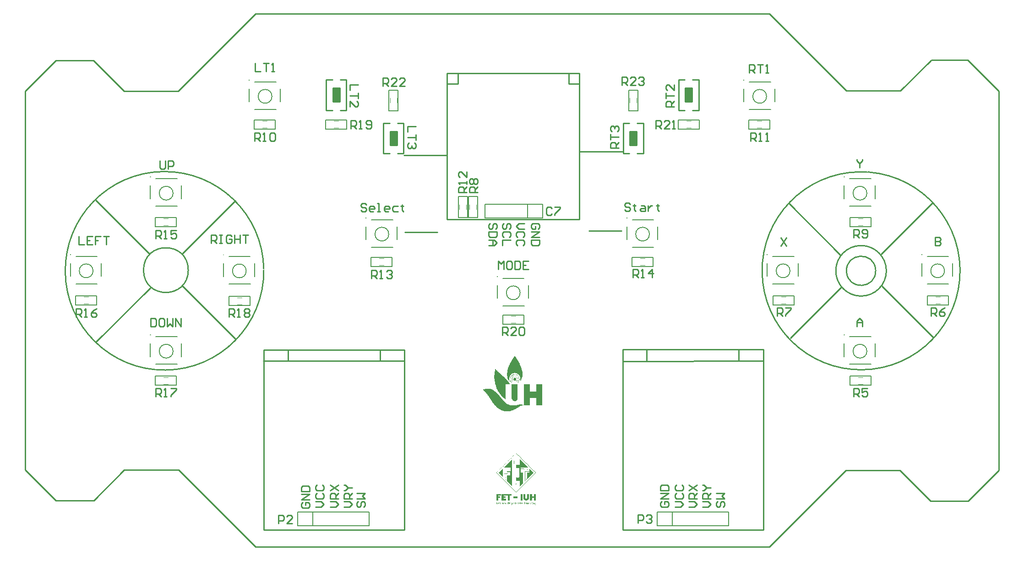
<source format=gto>
G04*
G04 #@! TF.GenerationSoftware,Altium Limited,Altium Designer,23.0.1 (38)*
G04*
G04 Layer_Color=65535*
%FSLAX25Y25*%
%MOIN*%
G70*
G04*
G04 #@! TF.SameCoordinates,CBCD5F51-024F-4456-99E9-F8A3691CA7AB*
G04*
G04*
G04 #@! TF.FilePolarity,Positive*
G04*
G01*
G75*
%ADD10C,0.00600*%
%ADD11C,0.01000*%
%ADD12C,0.00700*%
%ADD13C,0.00787*%
%ADD14C,0.00400*%
%ADD15C,0.00500*%
%ADD16R,0.05000X0.10000*%
G36*
X356164Y124327D02*
X355960D01*
Y124123D01*
X355552D01*
Y124327D01*
X355756D01*
Y124531D01*
X356164D01*
Y124327D01*
D02*
G37*
G36*
X357796Y124531D02*
X358000D01*
Y124327D01*
X358408D01*
Y123919D01*
X358612D01*
Y123715D01*
X358816D01*
Y123103D01*
X359020D01*
Y121879D01*
X358816D01*
Y122287D01*
Y122491D01*
Y123103D01*
X358612D01*
Y123307D01*
Y123511D01*
X358408D01*
Y123919D01*
X358204D01*
Y124123D01*
X358000D01*
Y124327D01*
X357592D01*
Y124531D01*
X356164D01*
Y124735D01*
X357796D01*
Y124531D01*
D02*
G37*
G36*
X357184Y139018D02*
X357388D01*
Y138814D01*
X357592D01*
Y138610D01*
X357796D01*
Y138202D01*
X358000D01*
Y137998D01*
X358204D01*
Y137590D01*
X358408D01*
Y137182D01*
X358612D01*
Y136978D01*
X358816D01*
Y136569D01*
X359020D01*
Y136365D01*
X359224D01*
Y135957D01*
X359428D01*
Y135549D01*
X359632D01*
Y135141D01*
X359836D01*
Y134937D01*
X360040D01*
Y134529D01*
X360244D01*
Y134121D01*
X360448D01*
Y133713D01*
X360652D01*
Y133101D01*
X360857D01*
Y132693D01*
X361061D01*
Y132285D01*
X361265D01*
Y131673D01*
X361469D01*
Y131265D01*
X361673D01*
Y130652D01*
X361877D01*
Y130040D01*
X362081D01*
Y129224D01*
X362285D01*
Y128204D01*
X362489D01*
Y124123D01*
X362285D01*
Y123511D01*
X362081D01*
Y122899D01*
X361877D01*
Y122491D01*
X361673D01*
Y122083D01*
X361469D01*
Y121675D01*
X361265D01*
Y121471D01*
X361061D01*
Y123511D01*
X360857D01*
Y124123D01*
X360652D01*
Y124735D01*
X360448D01*
Y125144D01*
X360244D01*
Y125347D01*
X360040D01*
Y125552D01*
X359836D01*
Y125960D01*
X359428D01*
Y126164D01*
X359224D01*
Y126368D01*
X359020D01*
Y126572D01*
X358612D01*
Y126776D01*
X358204D01*
Y126980D01*
X357184D01*
Y127184D01*
X356572D01*
Y126980D01*
X355552D01*
Y126776D01*
X355143D01*
Y126572D01*
X354735D01*
Y126368D01*
X354531D01*
Y126164D01*
X354327D01*
Y125960D01*
X354123D01*
Y125756D01*
X353919D01*
Y125552D01*
X353715D01*
Y125144D01*
X353511D01*
Y124940D01*
X353307D01*
Y124531D01*
X353103D01*
Y123919D01*
X352899D01*
Y123307D01*
Y123103D01*
Y121267D01*
X353103D01*
Y121063D01*
X352899D01*
Y121267D01*
X352695D01*
Y121675D01*
X352491D01*
Y121879D01*
X352287D01*
Y122287D01*
X352083D01*
Y122695D01*
X351879D01*
Y123103D01*
X351675D01*
Y123715D01*
X351471D01*
Y124940D01*
X351267D01*
Y127388D01*
X351471D01*
Y128612D01*
X351675D01*
Y129632D01*
X351879D01*
Y130244D01*
X352083D01*
Y130857D01*
X352287D01*
Y131469D01*
X352491D01*
Y132081D01*
X352695D01*
Y132489D01*
X352899D01*
Y132897D01*
X353103D01*
Y133509D01*
X353307D01*
Y133917D01*
X353511D01*
Y134325D01*
X353715D01*
Y134529D01*
X353919D01*
Y134937D01*
X354123D01*
Y135345D01*
X354327D01*
Y135753D01*
X354531D01*
Y136161D01*
X354735D01*
Y136365D01*
X354940D01*
Y136774D01*
X355143D01*
Y137182D01*
X355347D01*
Y137386D01*
X355552D01*
Y137794D01*
X355756D01*
Y137998D01*
X355960D01*
Y138406D01*
X356164D01*
Y138610D01*
X356368D01*
Y139018D01*
X356572D01*
Y139222D01*
X356776D01*
Y139426D01*
X357184D01*
Y139018D01*
D02*
G37*
G36*
X357388Y123511D02*
X357592D01*
Y123307D01*
X357796D01*
Y122899D01*
X358000D01*
Y122083D01*
X357796D01*
Y121675D01*
X357592D01*
Y121471D01*
X356368D01*
Y121675D01*
X356164D01*
Y121879D01*
X355960D01*
Y123103D01*
X356164D01*
Y123511D01*
X356572D01*
Y123715D01*
X357388D01*
Y123511D01*
D02*
G37*
G36*
X361061Y121267D02*
Y121063D01*
X360857D01*
Y121471D01*
X361061D01*
Y121267D01*
D02*
G37*
G36*
X358816D02*
X358612D01*
Y121063D01*
X358408D01*
Y121471D01*
X358612D01*
Y121879D01*
X358816D01*
Y121267D01*
D02*
G37*
G36*
X358408Y120859D02*
X358204D01*
Y121063D01*
X358408D01*
Y120859D01*
D02*
G37*
G36*
X355552Y123715D02*
X355347D01*
Y123307D01*
X355143D01*
Y121675D01*
X355347D01*
Y121267D01*
X355552D01*
Y120859D01*
X355347D01*
Y121063D01*
X355143D01*
Y121267D01*
Y121675D01*
X354940D01*
Y123307D01*
Y123511D01*
X355143D01*
Y123919D01*
X355347D01*
Y124123D01*
X355552D01*
Y123715D01*
D02*
G37*
G36*
X357388Y125960D02*
X357592D01*
Y125756D01*
X358000D01*
Y125960D01*
X358204D01*
Y126164D01*
X358408D01*
Y125960D01*
X358816D01*
Y125756D01*
X359020D01*
Y124735D01*
X359428D01*
Y124940D01*
X359632D01*
Y124735D01*
X359836D01*
Y124531D01*
X360040D01*
Y123715D01*
X359836D01*
Y123103D01*
X360448D01*
Y122083D01*
X360244D01*
Y121879D01*
X359836D01*
Y121267D01*
X360040D01*
Y120655D01*
X359836D01*
Y121063D01*
X359632D01*
Y121267D01*
X359428D01*
Y121471D01*
X359632D01*
Y122083D01*
X360040D01*
Y122287D01*
X360244D01*
Y122899D01*
X359632D01*
Y123511D01*
X359428D01*
Y123715D01*
X359632D01*
Y123919D01*
X359836D01*
Y124327D01*
X359632D01*
Y124531D01*
X358816D01*
Y124940D01*
X358612D01*
Y125144D01*
X358816D01*
Y125552D01*
X358612D01*
Y125756D01*
X358204D01*
Y125552D01*
X358000D01*
Y125347D01*
X357796D01*
Y125552D01*
X357388D01*
Y125756D01*
X357184D01*
Y126164D01*
X356572D01*
Y125552D01*
X356164D01*
Y125347D01*
X355960D01*
Y125552D01*
X355756D01*
Y125756D01*
X355347D01*
Y125552D01*
X355143D01*
Y124735D01*
X354940D01*
Y124531D01*
X354123D01*
Y124123D01*
X353919D01*
Y123919D01*
X354123D01*
Y123715D01*
X354327D01*
Y123103D01*
X354123D01*
Y122899D01*
X353715D01*
Y122083D01*
X354123D01*
Y121879D01*
X354327D01*
Y121267D01*
X354123D01*
Y121063D01*
X353919D01*
Y120859D01*
X354123D01*
Y120451D01*
X354940D01*
Y120247D01*
X354327D01*
Y120043D01*
X354123D01*
Y120247D01*
Y120451D01*
X353919D01*
Y120859D01*
X353715D01*
Y121267D01*
X353919D01*
Y121471D01*
X354123D01*
Y121675D01*
X353919D01*
Y121879D01*
X353511D01*
Y123103D01*
X353919D01*
Y123307D01*
X354123D01*
Y123715D01*
X353919D01*
Y123919D01*
X353715D01*
Y124327D01*
X353919D01*
Y124735D01*
X354123D01*
Y124940D01*
X354327D01*
Y124735D01*
X354735D01*
Y124940D01*
X354940D01*
Y125347D01*
X354735D01*
Y125552D01*
X354940D01*
Y125756D01*
X355143D01*
Y125960D01*
X355552D01*
Y126164D01*
X355756D01*
Y125756D01*
X356368D01*
Y126368D01*
X357388D01*
Y125960D01*
D02*
G37*
G36*
X359836Y120247D02*
X359020D01*
Y120043D01*
X358816D01*
Y120247D01*
Y120451D01*
X359020D01*
Y120655D01*
X359224D01*
Y120451D01*
X359632D01*
Y120655D01*
X359836D01*
Y120247D01*
D02*
G37*
G36*
X376771Y103720D02*
X372487D01*
Y108821D01*
X367998D01*
Y103720D01*
X363509D01*
Y118818D01*
X367998D01*
Y113717D01*
X372487D01*
Y118818D01*
X376771D01*
Y103720D01*
D02*
G37*
G36*
X342901Y129836D02*
X343105D01*
Y129632D01*
X343309D01*
Y129428D01*
X343513D01*
Y129224D01*
X343718D01*
Y129020D01*
X343921D01*
Y128816D01*
X344126D01*
Y128612D01*
X344330D01*
Y128408D01*
X344534D01*
Y128204D01*
X344738D01*
Y128000D01*
X344942D01*
Y127796D01*
X345146D01*
Y127592D01*
X345350D01*
Y127388D01*
X345554D01*
Y127184D01*
X345758D01*
Y126980D01*
X345962D01*
Y126776D01*
X346166D01*
Y126572D01*
X346574D01*
Y126368D01*
X346778D01*
Y126164D01*
X346982D01*
Y125960D01*
X347186D01*
Y125756D01*
X347390D01*
Y125552D01*
X347594D01*
Y125347D01*
X347798D01*
Y125144D01*
X348002D01*
Y124940D01*
X348206D01*
Y124735D01*
X348614D01*
Y124531D01*
X348818D01*
Y124327D01*
X349022D01*
Y124123D01*
X349226D01*
Y123919D01*
X349430D01*
Y123715D01*
X349635D01*
Y123511D01*
X349839D01*
Y123307D01*
X350043D01*
Y123103D01*
X350247D01*
Y122899D01*
X350451D01*
Y122695D01*
X350655D01*
Y122491D01*
X350859D01*
Y122287D01*
X351063D01*
Y122083D01*
X351267D01*
Y121879D01*
X351471D01*
Y121675D01*
X351675D01*
Y121267D01*
X351879D01*
Y121063D01*
X352083D01*
Y120859D01*
X352287D01*
Y120655D01*
X352491D01*
Y120247D01*
X352695D01*
Y120043D01*
X352899D01*
Y119634D01*
X353103D01*
Y119430D01*
X353307D01*
Y119022D01*
X353511D01*
Y118818D01*
X350247D01*
Y107800D01*
X350043D01*
Y108004D01*
X349839D01*
Y108209D01*
X349635D01*
Y108413D01*
X349430D01*
Y108617D01*
X349226D01*
Y108821D01*
X348818D01*
Y109025D01*
X348614D01*
Y109229D01*
X348410D01*
Y109433D01*
X348206D01*
Y109637D01*
X348002D01*
Y109841D01*
X347798D01*
Y110045D01*
X347594D01*
Y110249D01*
X347390D01*
Y110453D01*
X347186D01*
Y110657D01*
X346982D01*
Y110861D01*
X346778D01*
Y111269D01*
X346574D01*
Y111473D01*
X346370D01*
Y111677D01*
X346166D01*
Y111881D01*
X345962D01*
Y112289D01*
X345758D01*
Y112493D01*
X345554D01*
Y112901D01*
X345350D01*
Y113105D01*
X345146D01*
Y113514D01*
X344942D01*
Y113717D01*
X344738D01*
Y114126D01*
X344534D01*
Y114534D01*
X344330D01*
Y114942D01*
X344126D01*
Y115350D01*
X343921D01*
Y115758D01*
X343718D01*
Y116370D01*
X343513D01*
Y116982D01*
X343309D01*
Y117390D01*
X343105D01*
Y118206D01*
X342901D01*
Y118818D01*
X342697D01*
Y119839D01*
X342493D01*
Y121063D01*
X342289D01*
Y123103D01*
X342085D01*
Y125756D01*
X342289D01*
Y128204D01*
X342493D01*
Y129632D01*
X342697D01*
Y130040D01*
X342901D01*
Y129836D01*
D02*
G37*
G36*
X359020Y108004D02*
X358816D01*
Y107596D01*
X358612D01*
Y107188D01*
X358408D01*
Y106984D01*
X358000D01*
Y106780D01*
X357796D01*
Y106576D01*
X356164D01*
Y106780D01*
X355756D01*
Y106984D01*
X355552D01*
Y107188D01*
X355347D01*
Y107392D01*
X355143D01*
Y107800D01*
X354940D01*
Y108209D01*
X354735D01*
Y113514D01*
Y113717D01*
Y118818D01*
X359020D01*
Y108004D01*
D02*
G37*
G36*
X338617Y115554D02*
X339433D01*
Y115350D01*
X340045D01*
Y115146D01*
X340453D01*
Y114942D01*
X340861D01*
Y114738D01*
X341269D01*
Y114534D01*
X341473D01*
Y114330D01*
X341881D01*
Y114126D01*
X342085D01*
Y113921D01*
X342289D01*
Y113717D01*
X342697D01*
Y113514D01*
X342901D01*
Y113309D01*
X343105D01*
Y113105D01*
X343309D01*
Y112901D01*
X343513D01*
Y112697D01*
X343718D01*
Y112493D01*
X343921D01*
Y112289D01*
X344126D01*
Y112085D01*
X344330D01*
Y111881D01*
X344534D01*
Y111677D01*
X344738D01*
Y111473D01*
X344942D01*
Y111269D01*
X345146D01*
Y111065D01*
X345350D01*
Y110861D01*
X345554D01*
Y110657D01*
X345758D01*
Y110249D01*
X345962D01*
Y110045D01*
X346166D01*
Y109841D01*
X346370D01*
Y109637D01*
X346574D01*
Y109433D01*
X346778D01*
Y109229D01*
X346982D01*
Y108821D01*
X347186D01*
Y108617D01*
X347390D01*
Y108413D01*
X347594D01*
Y108209D01*
X347798D01*
Y108004D01*
X348002D01*
Y107596D01*
X348206D01*
Y107392D01*
X348410D01*
Y107188D01*
X348614D01*
Y106984D01*
X348818D01*
Y106780D01*
X349022D01*
Y106576D01*
X349226D01*
Y106372D01*
X349430D01*
Y106168D01*
X349635D01*
Y105964D01*
X349839D01*
Y105760D01*
X350043D01*
Y105556D01*
X350247D01*
Y105352D01*
X350451D01*
Y105148D01*
X350655D01*
Y104944D01*
X351063D01*
Y104740D01*
X351267D01*
Y104536D01*
X351675D01*
Y104332D01*
X352083D01*
Y104128D01*
X352491D01*
Y103924D01*
X353103D01*
Y103720D01*
X354327D01*
Y103516D01*
X357592D01*
Y103720D01*
X358612D01*
Y103924D01*
X359836D01*
Y104128D01*
X362285D01*
Y103924D01*
X363101D01*
Y103516D01*
X362285D01*
Y103312D01*
X361673D01*
Y103108D01*
X361061D01*
Y102904D01*
X360652D01*
Y102700D01*
X360244D01*
Y102496D01*
X359836D01*
Y102292D01*
X359428D01*
Y102087D01*
X359224D01*
Y101883D01*
X358816D01*
Y101679D01*
X358408D01*
Y101475D01*
X358204D01*
Y101271D01*
X357796D01*
Y101067D01*
X357592D01*
Y100863D01*
X357184D01*
Y100659D01*
X356776D01*
Y100455D01*
X356368D01*
Y100251D01*
X355960D01*
Y100047D01*
X355347D01*
Y99843D01*
X354735D01*
Y99639D01*
X353919D01*
Y99435D01*
X352287D01*
Y99231D01*
X350247D01*
Y99435D01*
X348818D01*
Y99639D01*
X348002D01*
Y99843D01*
X347390D01*
Y100047D01*
X346982D01*
Y100251D01*
X346574D01*
Y100455D01*
X346166D01*
Y100659D01*
X345758D01*
Y100863D01*
X345554D01*
Y101067D01*
X345146D01*
Y101271D01*
X344942D01*
Y101475D01*
X344534D01*
Y101679D01*
X344330D01*
Y101883D01*
X344126D01*
Y102087D01*
X343921D01*
Y102292D01*
X343718D01*
Y102496D01*
X343513D01*
Y102700D01*
X343309D01*
Y102904D01*
X343105D01*
Y103108D01*
X342901D01*
Y103312D01*
X342697D01*
Y103516D01*
X342493D01*
Y103720D01*
X342289D01*
Y103924D01*
X342085D01*
Y104128D01*
X341881D01*
Y104536D01*
X341677D01*
Y104740D01*
X341473D01*
Y104944D01*
X341269D01*
Y105352D01*
X341065D01*
Y105556D01*
X340861D01*
Y105760D01*
X340657D01*
Y106168D01*
X340453D01*
Y106372D01*
X340249D01*
Y106780D01*
X340045D01*
Y106984D01*
X339841D01*
Y107392D01*
X339637D01*
Y107596D01*
X339433D01*
Y108004D01*
X339229D01*
Y108209D01*
X339025D01*
Y108617D01*
X338821D01*
Y108821D01*
X338617D01*
Y109229D01*
X338413D01*
Y109433D01*
X338209D01*
Y109841D01*
X338004D01*
Y110045D01*
X337801D01*
Y110453D01*
X337596D01*
Y110657D01*
X337392D01*
Y111065D01*
X337188D01*
Y111269D01*
X336984D01*
Y111473D01*
X336780D01*
Y111881D01*
X336576D01*
Y112085D01*
X336372D01*
Y112289D01*
X336168D01*
Y112697D01*
X335964D01*
Y112901D01*
X335760D01*
Y113105D01*
X335556D01*
Y113309D01*
X335352D01*
Y113514D01*
X335148D01*
Y113717D01*
X334944D01*
Y113921D01*
X334740D01*
Y114126D01*
X334536D01*
Y114330D01*
X334332D01*
Y114534D01*
X334128D01*
Y114738D01*
X333924D01*
Y115146D01*
X334536D01*
Y115350D01*
X335148D01*
Y115554D01*
X335964D01*
Y115758D01*
X338617D01*
Y115554D01*
D02*
G37*
G36*
X357960Y68864D02*
X358016D01*
Y68808D01*
X358072D01*
Y68752D01*
X358128D01*
Y68696D01*
X358185D01*
Y68640D01*
X358241D01*
Y68584D01*
X358297D01*
Y68528D01*
X358353D01*
Y68472D01*
X358409D01*
Y68415D01*
X358465D01*
Y68359D01*
X358521D01*
Y68303D01*
X358577D01*
Y68247D01*
X358633D01*
Y68191D01*
X358689D01*
Y68135D01*
X358746D01*
Y68079D01*
X358802D01*
Y68023D01*
X358858D01*
Y67967D01*
X358914D01*
Y67911D01*
X358970D01*
Y67854D01*
X359026D01*
Y67798D01*
X359082D01*
Y67742D01*
X359138D01*
Y67686D01*
X359194D01*
Y67630D01*
X359251D01*
Y67574D01*
X359307D01*
Y67518D01*
X359363D01*
Y67462D01*
X359419D01*
Y67406D01*
X359475D01*
Y67349D01*
X359531D01*
Y67293D01*
X359587D01*
Y67237D01*
X359643D01*
Y67181D01*
X359699D01*
Y67125D01*
X359756D01*
Y67069D01*
X359812D01*
Y67013D01*
X359868D01*
Y66957D01*
X359924D01*
Y66900D01*
X359980D01*
Y66844D01*
X360036D01*
Y66788D01*
X360092D01*
Y66732D01*
X360148D01*
Y66676D01*
X360204D01*
Y66620D01*
X360261D01*
Y66564D01*
X360317D01*
Y66508D01*
X360373D01*
Y66452D01*
X360429D01*
Y66396D01*
X360485D01*
Y66339D01*
X360541D01*
Y66283D01*
X360597D01*
Y66227D01*
X360653D01*
Y66171D01*
X360710D01*
Y66115D01*
X360766D01*
Y66059D01*
X360822D01*
Y66003D01*
X360878D01*
Y65947D01*
X360934D01*
Y65891D01*
X360990D01*
Y65834D01*
X361046D01*
Y65778D01*
X361102D01*
Y65722D01*
X361158D01*
Y65666D01*
X361214D01*
Y65610D01*
X361271D01*
Y65554D01*
X361327D01*
Y65498D01*
X361383D01*
Y65442D01*
X361439D01*
Y65386D01*
X361495D01*
Y65329D01*
X361551D01*
Y65273D01*
X361607D01*
Y65217D01*
X361663D01*
Y65161D01*
X361719D01*
Y65105D01*
X361776D01*
Y65049D01*
X361832D01*
Y64993D01*
X361888D01*
Y64937D01*
X361944D01*
Y64881D01*
X362000D01*
Y64824D01*
X362056D01*
Y64768D01*
X362112D01*
Y64712D01*
X362168D01*
Y64656D01*
X362224D01*
Y64600D01*
X362281D01*
Y64544D01*
X362337D01*
Y64488D01*
X362393D01*
Y64432D01*
X362449D01*
Y64376D01*
X362505D01*
Y64319D01*
X362561D01*
Y64263D01*
X362617D01*
Y64207D01*
X362673D01*
Y64151D01*
X362729D01*
Y64095D01*
X362786D01*
Y64039D01*
X362842D01*
Y63983D01*
X362898D01*
Y63927D01*
X362954D01*
Y63871D01*
X363010D01*
Y63814D01*
X363066D01*
Y63758D01*
X363122D01*
Y63702D01*
X363178D01*
Y63646D01*
X363234D01*
Y63590D01*
X363291D01*
Y63534D01*
X363347D01*
Y63478D01*
X363403D01*
Y63422D01*
X363459D01*
Y63366D01*
X363515D01*
Y63309D01*
X363571D01*
Y63253D01*
X363627D01*
Y63197D01*
X363683D01*
Y63141D01*
X363739D01*
Y63085D01*
X363796D01*
Y63029D01*
X363852D01*
Y62973D01*
X363908D01*
Y62917D01*
X363964D01*
Y62861D01*
X364020D01*
Y62804D01*
X364076D01*
Y62748D01*
X364132D01*
Y62692D01*
X364188D01*
Y62636D01*
X364245D01*
Y62580D01*
X364301D01*
Y62524D01*
X364357D01*
Y62468D01*
X364413D01*
Y62412D01*
X364469D01*
Y62356D01*
X364525D01*
Y62299D01*
X364581D01*
Y62243D01*
X364637D01*
Y62187D01*
X364693D01*
Y62131D01*
X364749D01*
Y62075D01*
X364806D01*
Y62019D01*
X364862D01*
Y61963D01*
X364918D01*
Y61907D01*
X364974D01*
Y61851D01*
X365030D01*
Y61794D01*
X365086D01*
Y61738D01*
X365142D01*
Y61682D01*
X365198D01*
Y61626D01*
X365254D01*
Y61570D01*
X365311D01*
Y61514D01*
X365367D01*
Y61458D01*
X365423D01*
Y61402D01*
X365479D01*
Y61346D01*
X365535D01*
Y61289D01*
X365591D01*
Y61233D01*
X365647D01*
Y61177D01*
X365703D01*
Y61121D01*
X365759D01*
Y61065D01*
X365816D01*
Y61009D01*
X365872D01*
Y60953D01*
X365928D01*
Y60897D01*
X365984D01*
Y60840D01*
X366040D01*
Y60784D01*
X366096D01*
Y60728D01*
X366152D01*
Y60672D01*
X366208D01*
Y60616D01*
X366264D01*
Y60560D01*
X366321D01*
Y60504D01*
X366377D01*
Y60448D01*
X366433D01*
Y60392D01*
X366489D01*
Y60336D01*
X366545D01*
Y60279D01*
X366601D01*
Y60223D01*
X366657D01*
Y60167D01*
X366713D01*
Y60111D01*
X366770D01*
Y60055D01*
X366826D01*
Y59999D01*
X366882D01*
Y59943D01*
X366938D01*
Y59887D01*
X366994D01*
Y59831D01*
X367050D01*
Y59774D01*
X367106D01*
Y59718D01*
X367162D01*
Y59662D01*
X367218D01*
Y59606D01*
X367274D01*
Y59550D01*
X367331D01*
Y59494D01*
X367387D01*
Y59438D01*
X367443D01*
Y59382D01*
X367499D01*
Y59325D01*
X367555D01*
Y59269D01*
X367611D01*
Y59213D01*
X367667D01*
Y59157D01*
X367723D01*
Y59101D01*
X367779D01*
Y59045D01*
X367836D01*
Y58989D01*
X367892D01*
Y58933D01*
X367948D01*
Y58877D01*
X368004D01*
Y58821D01*
X368060D01*
Y58764D01*
X368116D01*
Y58708D01*
X368172D01*
Y58652D01*
X368228D01*
Y58596D01*
X368285D01*
Y58540D01*
X368341D01*
Y58484D01*
X368397D01*
Y58428D01*
X368453D01*
Y58372D01*
X368509D01*
Y58315D01*
X368565D01*
Y58259D01*
X368621D01*
Y58203D01*
X368677D01*
Y58147D01*
X368733D01*
Y58091D01*
X368789D01*
Y58035D01*
X368846D01*
Y57979D01*
X368902D01*
Y57923D01*
X368958D01*
Y57867D01*
X369014D01*
Y57811D01*
X369070D01*
Y57754D01*
X369126D01*
Y57698D01*
X369182D01*
Y57642D01*
X369238D01*
Y57586D01*
X369295D01*
Y57530D01*
X369351D01*
Y57474D01*
X369407D01*
Y57418D01*
X369463D01*
Y57362D01*
X369519D01*
Y57306D01*
X369575D01*
Y57249D01*
X369631D01*
Y57193D01*
X369687D01*
Y57137D01*
X369743D01*
Y57081D01*
X369799D01*
Y57025D01*
X369856D01*
Y56969D01*
X369912D01*
Y56913D01*
X369968D01*
Y56857D01*
X370024D01*
Y56801D01*
X370080D01*
Y56744D01*
X370136D01*
Y56688D01*
X370192D01*
Y56632D01*
X370248D01*
Y56576D01*
X370304D01*
Y56520D01*
X370361D01*
Y56464D01*
X370417D01*
Y56408D01*
X370473D01*
Y56352D01*
X370529D01*
Y56296D01*
X370585D01*
Y56239D01*
X370641D01*
Y56183D01*
X370697D01*
Y56127D01*
X370753D01*
Y56071D01*
X370810D01*
Y56015D01*
X370866D01*
Y55959D01*
X370922D01*
Y55903D01*
X370978D01*
Y55847D01*
X371034D01*
Y55791D01*
X371090D01*
Y55734D01*
X371146D01*
Y55678D01*
X371202D01*
Y55622D01*
X371258D01*
Y55566D01*
X371314D01*
Y55510D01*
X371371D01*
Y55454D01*
X371427D01*
Y55398D01*
X371483D01*
Y55342D01*
X371539D01*
Y55286D01*
X371595D01*
Y55229D01*
X371651D01*
Y55173D01*
X371707D01*
Y55117D01*
X371763D01*
Y55061D01*
X371819D01*
Y55005D01*
X371876D01*
Y54949D01*
X371932D01*
Y54893D01*
X371988D01*
Y54837D01*
X372044D01*
Y54781D01*
X372100D01*
Y54724D01*
X372156D01*
Y54668D01*
X372212D01*
Y54612D01*
X372268D01*
Y54444D01*
X372212D01*
Y54388D01*
X372156D01*
Y54332D01*
X372100D01*
Y54276D01*
X372044D01*
Y54219D01*
X371988D01*
Y54163D01*
X371932D01*
Y54107D01*
X371876D01*
Y54051D01*
X371819D01*
Y53995D01*
X371763D01*
Y53939D01*
X371707D01*
Y53883D01*
X371651D01*
Y53827D01*
X371595D01*
Y53771D01*
X371539D01*
Y53714D01*
X371483D01*
Y53658D01*
X371427D01*
Y53602D01*
X371371D01*
Y53546D01*
X371314D01*
Y53490D01*
X371258D01*
Y53434D01*
X371202D01*
Y53378D01*
X371146D01*
Y53322D01*
X371090D01*
Y53266D01*
X371034D01*
Y53209D01*
X370978D01*
Y53153D01*
X370922D01*
Y53097D01*
X370866D01*
Y53041D01*
X370810D01*
Y52985D01*
X370753D01*
Y52929D01*
X370697D01*
Y52873D01*
X370641D01*
Y52817D01*
X370585D01*
Y52761D01*
X370529D01*
Y52704D01*
X370473D01*
Y52648D01*
X370417D01*
Y52592D01*
X370361D01*
Y52536D01*
X370304D01*
Y52480D01*
X370248D01*
Y52424D01*
X370192D01*
Y52368D01*
X370136D01*
Y52312D01*
X370080D01*
Y52256D01*
X370024D01*
Y52199D01*
X369968D01*
Y52143D01*
X369912D01*
Y52087D01*
X369856D01*
Y52031D01*
X369799D01*
Y51975D01*
X369743D01*
Y51919D01*
X369687D01*
Y51863D01*
X369631D01*
Y51807D01*
X369575D01*
Y51750D01*
X369519D01*
Y51694D01*
X369463D01*
Y51638D01*
X369407D01*
Y51582D01*
X369351D01*
Y51526D01*
X369295D01*
Y51470D01*
X369238D01*
Y51414D01*
X369182D01*
Y51358D01*
X369126D01*
Y51302D01*
X369070D01*
Y51246D01*
X369014D01*
Y51189D01*
X368958D01*
Y51133D01*
X368902D01*
Y51077D01*
X368846D01*
Y51021D01*
X368789D01*
Y50965D01*
X368733D01*
Y50909D01*
X368677D01*
Y50853D01*
X368621D01*
Y50797D01*
X368565D01*
Y50741D01*
X368509D01*
Y50684D01*
X368453D01*
Y50628D01*
X368397D01*
Y50572D01*
X368341D01*
Y50516D01*
X368285D01*
Y50460D01*
X368228D01*
Y50404D01*
X368172D01*
Y50348D01*
X368116D01*
Y50292D01*
X368060D01*
Y50236D01*
X368004D01*
Y50179D01*
X367948D01*
Y50123D01*
X367892D01*
Y50067D01*
X367836D01*
Y50011D01*
X367779D01*
Y49955D01*
X367723D01*
Y49899D01*
X367667D01*
Y49843D01*
X367611D01*
Y49787D01*
X367555D01*
Y49731D01*
X367499D01*
Y49674D01*
X367443D01*
Y49618D01*
X367387D01*
Y49562D01*
X367331D01*
Y49506D01*
X367274D01*
Y49450D01*
X367218D01*
Y49394D01*
X367162D01*
Y49338D01*
X367106D01*
Y49282D01*
X367050D01*
Y49226D01*
X366994D01*
Y49169D01*
X366938D01*
Y49113D01*
X366882D01*
Y49057D01*
X366826D01*
Y49001D01*
X366770D01*
Y48945D01*
X366713D01*
Y48889D01*
X366657D01*
Y48833D01*
X366601D01*
Y48777D01*
X366545D01*
Y48720D01*
X366489D01*
Y48664D01*
X366433D01*
Y48608D01*
X366377D01*
Y48552D01*
X366321D01*
Y48496D01*
X366264D01*
Y48440D01*
X366208D01*
Y48384D01*
X366152D01*
Y48328D01*
X366096D01*
Y48272D01*
X366040D01*
Y48216D01*
X365984D01*
Y48159D01*
X365928D01*
Y48103D01*
X365872D01*
Y48047D01*
X365816D01*
Y47991D01*
X365759D01*
Y47935D01*
X365703D01*
Y47879D01*
X365647D01*
Y47823D01*
X365591D01*
Y47767D01*
X365535D01*
Y47711D01*
X365479D01*
Y47654D01*
X365423D01*
Y47598D01*
X365367D01*
Y47542D01*
X365311D01*
Y47486D01*
X365254D01*
Y47430D01*
X365198D01*
Y47374D01*
X365142D01*
Y47318D01*
X365086D01*
Y47262D01*
X365030D01*
Y47205D01*
X364974D01*
Y47149D01*
X364918D01*
Y47093D01*
X364862D01*
Y47037D01*
X364806D01*
Y46981D01*
X364749D01*
Y46925D01*
X364693D01*
Y46869D01*
X364637D01*
Y46813D01*
X364581D01*
Y46757D01*
X364525D01*
Y46701D01*
X364469D01*
Y46644D01*
X364413D01*
Y46588D01*
X364357D01*
Y46532D01*
X364301D01*
Y46476D01*
X364245D01*
Y46420D01*
X364188D01*
Y46364D01*
X364132D01*
Y46308D01*
X364076D01*
Y46252D01*
X364020D01*
Y46196D01*
X363964D01*
Y46139D01*
X363908D01*
Y46083D01*
X363852D01*
Y46027D01*
X363796D01*
Y45971D01*
X363739D01*
Y45915D01*
X363683D01*
Y45859D01*
X363627D01*
Y45803D01*
X363571D01*
Y45747D01*
X363515D01*
Y45691D01*
X363459D01*
Y45634D01*
X363403D01*
Y45578D01*
X363347D01*
Y45522D01*
X363291D01*
Y45466D01*
X363234D01*
Y45410D01*
X363178D01*
Y45354D01*
X363122D01*
Y45298D01*
X363066D01*
Y45242D01*
X363010D01*
Y45186D01*
X362954D01*
Y45129D01*
X362898D01*
Y45073D01*
X362842D01*
Y45017D01*
X362786D01*
Y44961D01*
X362729D01*
Y44905D01*
X362673D01*
Y44849D01*
X362617D01*
Y44793D01*
X362561D01*
Y44737D01*
X362505D01*
Y44681D01*
X362449D01*
Y44624D01*
X362393D01*
Y44568D01*
X362337D01*
Y44512D01*
X362281D01*
Y44456D01*
X362224D01*
Y44400D01*
X362168D01*
Y44344D01*
X362112D01*
Y44288D01*
X362056D01*
Y44232D01*
X362000D01*
Y44175D01*
X361944D01*
Y44119D01*
X361888D01*
Y44063D01*
X361832D01*
Y44007D01*
X361776D01*
Y43951D01*
X361719D01*
Y43895D01*
X361663D01*
Y43839D01*
X361607D01*
Y43783D01*
X361551D01*
Y43727D01*
X361495D01*
Y43670D01*
X361439D01*
Y43614D01*
X361383D01*
Y43558D01*
X361327D01*
Y43502D01*
X361271D01*
Y43446D01*
X361214D01*
Y43390D01*
X361158D01*
Y43334D01*
X361102D01*
Y43278D01*
X361046D01*
Y43222D01*
X360990D01*
Y43166D01*
X360934D01*
Y43109D01*
X360878D01*
Y43053D01*
X360822D01*
Y42997D01*
X360766D01*
Y42941D01*
X360710D01*
Y42885D01*
X360653D01*
Y42829D01*
X360597D01*
Y42773D01*
X360541D01*
Y42717D01*
X360485D01*
Y42661D01*
X360429D01*
Y42604D01*
X360373D01*
Y42548D01*
X360317D01*
Y42492D01*
X360261D01*
Y42436D01*
X360204D01*
Y42380D01*
X360148D01*
Y42324D01*
X360092D01*
Y42268D01*
X360036D01*
Y42212D01*
X359980D01*
Y42156D01*
X359924D01*
Y42099D01*
X359868D01*
Y42043D01*
X359812D01*
Y41987D01*
X359756D01*
Y41931D01*
X359699D01*
Y41875D01*
X359643D01*
Y41819D01*
X359587D01*
Y41763D01*
X359531D01*
Y41707D01*
X359475D01*
Y41651D01*
X359419D01*
Y41594D01*
X359363D01*
Y41538D01*
X359307D01*
Y41482D01*
X359251D01*
Y41426D01*
X359194D01*
Y41370D01*
X359138D01*
Y41314D01*
X359082D01*
Y41258D01*
X359026D01*
Y41202D01*
X358970D01*
Y41146D01*
X358914D01*
Y41089D01*
X358858D01*
Y41033D01*
X358802D01*
Y40977D01*
X358746D01*
Y40921D01*
X358689D01*
Y40865D01*
X358633D01*
Y40809D01*
X358577D01*
Y40753D01*
X358521D01*
Y40697D01*
X358465D01*
Y40641D01*
X358409D01*
Y40584D01*
X358353D01*
Y40528D01*
X358297D01*
Y40472D01*
X358241D01*
Y40416D01*
X358185D01*
Y40360D01*
X358128D01*
Y40304D01*
X358072D01*
Y40248D01*
X358016D01*
Y40192D01*
X357960D01*
Y40136D01*
X357848D01*
Y40192D01*
X357792D01*
Y40248D01*
X357736D01*
Y40304D01*
X357679D01*
Y40360D01*
X357623D01*
Y40416D01*
X357567D01*
Y40472D01*
X357511D01*
Y40528D01*
X357455D01*
Y40584D01*
X357399D01*
Y40641D01*
X357343D01*
Y40697D01*
X357287D01*
Y40753D01*
X357231D01*
Y40809D01*
X357174D01*
Y40865D01*
X357118D01*
Y40921D01*
X357062D01*
Y40977D01*
X357006D01*
Y41033D01*
X356950D01*
Y41089D01*
X356894D01*
Y41146D01*
X356838D01*
Y41202D01*
X356782D01*
Y41258D01*
X356726D01*
Y41314D01*
X356669D01*
Y41370D01*
X356613D01*
Y41426D01*
X356557D01*
Y41482D01*
X356501D01*
Y41538D01*
X356445D01*
Y41594D01*
X356389D01*
Y41651D01*
X356333D01*
Y41707D01*
X356277D01*
Y41763D01*
X356221D01*
Y41819D01*
X356164D01*
Y41875D01*
X356108D01*
Y41931D01*
X356052D01*
Y41987D01*
X355996D01*
Y42043D01*
X355940D01*
Y42099D01*
X355884D01*
Y42156D01*
X355828D01*
Y42212D01*
X355772D01*
Y42268D01*
X355716D01*
Y42324D01*
X355660D01*
Y42380D01*
X355603D01*
Y42436D01*
X355547D01*
Y42492D01*
X355491D01*
Y42548D01*
X355435D01*
Y42604D01*
X355379D01*
Y42661D01*
X355323D01*
Y42717D01*
X355267D01*
Y42773D01*
X355211D01*
Y42829D01*
X355154D01*
Y42885D01*
X355098D01*
Y42941D01*
X355042D01*
Y42997D01*
X354986D01*
Y43053D01*
X354930D01*
Y43109D01*
X354874D01*
Y43166D01*
X354818D01*
Y43222D01*
X354762D01*
Y43278D01*
X354706D01*
Y43334D01*
X354649D01*
Y43390D01*
X354593D01*
Y43446D01*
X354537D01*
Y43502D01*
X354481D01*
Y43558D01*
X354425D01*
Y43614D01*
X354369D01*
Y43670D01*
X354313D01*
Y43727D01*
X354257D01*
Y43783D01*
X354201D01*
Y43839D01*
X354145D01*
Y43895D01*
X354088D01*
Y43951D01*
X354032D01*
Y44007D01*
X353976D01*
Y44063D01*
X353920D01*
Y44119D01*
X353864D01*
Y44175D01*
X353808D01*
Y44232D01*
X353752D01*
Y44288D01*
X353696D01*
Y44344D01*
X353639D01*
Y44400D01*
X353583D01*
Y44456D01*
X353527D01*
Y44512D01*
X353471D01*
Y44568D01*
X353415D01*
Y44624D01*
X353359D01*
Y44681D01*
X353303D01*
Y44737D01*
X353247D01*
Y44793D01*
X353191D01*
Y44849D01*
X353134D01*
Y44905D01*
X353078D01*
Y44961D01*
X353022D01*
Y45017D01*
X352966D01*
Y45073D01*
X352910D01*
Y45129D01*
X352854D01*
Y45186D01*
X352798D01*
Y45242D01*
X352742D01*
Y45298D01*
X352686D01*
Y45354D01*
X352629D01*
Y45410D01*
X352573D01*
Y45466D01*
X352517D01*
Y45522D01*
X352461D01*
Y45578D01*
X352405D01*
Y45634D01*
X352349D01*
Y45691D01*
X352293D01*
Y45747D01*
X352237D01*
Y45803D01*
X352181D01*
Y45859D01*
X352124D01*
Y45915D01*
X352068D01*
Y45971D01*
X352012D01*
Y46027D01*
X351956D01*
Y46083D01*
X351900D01*
Y46139D01*
X351844D01*
Y46196D01*
X351788D01*
Y46252D01*
X351732D01*
Y46308D01*
X351676D01*
Y46364D01*
X351620D01*
Y46420D01*
X351563D01*
Y46476D01*
X351507D01*
Y46532D01*
X351451D01*
Y46588D01*
X351395D01*
Y46644D01*
X351339D01*
Y46701D01*
X351283D01*
Y46757D01*
X351227D01*
Y46813D01*
X351171D01*
Y46869D01*
X351114D01*
Y46925D01*
X351058D01*
Y46981D01*
X351002D01*
Y47037D01*
X350946D01*
Y47093D01*
X350890D01*
Y47149D01*
X350834D01*
Y47205D01*
X350778D01*
Y47262D01*
X350722D01*
Y47318D01*
X350666D01*
Y47374D01*
X350609D01*
Y47430D01*
X350553D01*
Y47486D01*
X350497D01*
Y47542D01*
X350441D01*
Y47598D01*
X350385D01*
Y47654D01*
X350329D01*
Y47711D01*
X350273D01*
Y47767D01*
X350217D01*
Y47823D01*
X350161D01*
Y47879D01*
X350104D01*
Y47935D01*
X350048D01*
Y47991D01*
X349992D01*
Y48047D01*
X349936D01*
Y48103D01*
X349880D01*
Y48159D01*
X349824D01*
Y48216D01*
X349768D01*
Y48272D01*
X349712D01*
Y48328D01*
X349656D01*
Y48384D01*
X349599D01*
Y48440D01*
X349543D01*
Y48496D01*
X349487D01*
Y48552D01*
X349431D01*
Y48608D01*
X349375D01*
Y48664D01*
X349319D01*
Y48720D01*
X349263D01*
Y48777D01*
X349207D01*
Y48833D01*
X349151D01*
Y48889D01*
X349095D01*
Y48945D01*
X349038D01*
Y49001D01*
X348982D01*
Y49057D01*
X348926D01*
Y49113D01*
X348870D01*
Y49169D01*
X348814D01*
Y49226D01*
X348758D01*
Y49282D01*
X348702D01*
Y49338D01*
X348646D01*
Y49394D01*
X348589D01*
Y49450D01*
X348533D01*
Y49506D01*
X348477D01*
Y49562D01*
X348421D01*
Y49618D01*
X348365D01*
Y49674D01*
X348309D01*
Y49731D01*
X348253D01*
Y49787D01*
X348197D01*
Y49843D01*
X348141D01*
Y49899D01*
X348084D01*
Y49955D01*
X348028D01*
Y50011D01*
X347972D01*
Y50067D01*
X347916D01*
Y50123D01*
X347860D01*
Y50179D01*
X347804D01*
Y50236D01*
X347748D01*
Y50292D01*
X347692D01*
Y50348D01*
X347636D01*
Y50404D01*
X347579D01*
Y50460D01*
X347523D01*
Y50516D01*
X347467D01*
Y50572D01*
X347411D01*
Y50628D01*
X347355D01*
Y50684D01*
X347299D01*
Y50741D01*
X347243D01*
Y50797D01*
X347187D01*
Y50853D01*
X347131D01*
Y50909D01*
X347074D01*
Y50965D01*
X347018D01*
Y51021D01*
X346962D01*
Y51077D01*
X346906D01*
Y51133D01*
X346850D01*
Y51189D01*
X346794D01*
Y51246D01*
X346738D01*
Y51302D01*
X346682D01*
Y51358D01*
X346626D01*
Y51414D01*
X346569D01*
Y51470D01*
X346513D01*
Y51526D01*
X346457D01*
Y51582D01*
X346401D01*
Y51638D01*
X346345D01*
Y51694D01*
X346289D01*
Y51750D01*
X346233D01*
Y51807D01*
X346177D01*
Y51863D01*
X346121D01*
Y51919D01*
X346064D01*
Y51975D01*
X346008D01*
Y52031D01*
X345952D01*
Y52087D01*
X345896D01*
Y52143D01*
X345840D01*
Y52199D01*
X345784D01*
Y52256D01*
X345728D01*
Y52312D01*
X345672D01*
Y52368D01*
X345616D01*
Y52424D01*
X345560D01*
Y52480D01*
X345503D01*
Y52536D01*
X345447D01*
Y52592D01*
X345391D01*
Y52648D01*
X345335D01*
Y52704D01*
X345279D01*
Y52761D01*
X345223D01*
Y52817D01*
X345167D01*
Y52873D01*
X345111D01*
Y52929D01*
X345054D01*
Y52985D01*
X344998D01*
Y53041D01*
X344942D01*
Y53097D01*
X344886D01*
Y53153D01*
X344830D01*
Y53209D01*
X344774D01*
Y53266D01*
X344718D01*
Y53322D01*
X344662D01*
Y53378D01*
X344606D01*
Y53434D01*
X344549D01*
Y53490D01*
X344493D01*
Y53546D01*
X344437D01*
Y53602D01*
X344381D01*
Y53658D01*
X344325D01*
Y53714D01*
X344269D01*
Y53771D01*
X344213D01*
Y53827D01*
X344157D01*
Y53883D01*
X344101D01*
Y53939D01*
X344044D01*
Y53995D01*
X343988D01*
Y54051D01*
X343932D01*
Y54107D01*
X343876D01*
Y54163D01*
X343820D01*
Y54219D01*
X343764D01*
Y54276D01*
X343708D01*
Y54332D01*
X343652D01*
Y54388D01*
X343596D01*
Y54444D01*
X343539D01*
Y54612D01*
X343596D01*
Y54668D01*
X343708D01*
Y54781D01*
X343820D01*
Y54837D01*
X343876D01*
Y54949D01*
X343988D01*
Y55005D01*
X344044D01*
Y55061D01*
X344101D01*
Y55117D01*
X344157D01*
Y55173D01*
X344213D01*
Y55229D01*
X344269D01*
Y55286D01*
X344325D01*
Y55398D01*
X344381D01*
Y55454D01*
X344493D01*
Y55566D01*
X344549D01*
Y55622D01*
X344662D01*
Y55734D01*
X344774D01*
Y55791D01*
X344830D01*
Y55903D01*
X344942D01*
Y55959D01*
X344998D01*
Y56071D01*
X345111D01*
Y56127D01*
X345167D01*
Y56239D01*
X345279D01*
Y56352D01*
X345335D01*
Y56408D01*
X345447D01*
Y56520D01*
X345560D01*
Y56576D01*
X345616D01*
Y56632D01*
X345672D01*
Y56688D01*
X345728D01*
Y56744D01*
X345784D01*
Y56857D01*
X345896D01*
Y56913D01*
X345952D01*
Y57025D01*
X346064D01*
Y57137D01*
X346121D01*
Y57193D01*
X346233D01*
Y57306D01*
X346289D01*
Y57362D01*
X346401D01*
Y57418D01*
X346457D01*
Y57474D01*
X346513D01*
Y57530D01*
X346569D01*
Y57586D01*
X346626D01*
Y57642D01*
X346682D01*
Y57698D01*
X346738D01*
Y57811D01*
X346850D01*
Y57867D01*
X346906D01*
Y57923D01*
X346962D01*
Y57979D01*
X347018D01*
Y58035D01*
X347074D01*
Y58147D01*
X347187D01*
Y58259D01*
X347243D01*
Y58315D01*
X347355D01*
Y58372D01*
X347411D01*
Y58428D01*
X347467D01*
Y58484D01*
X347523D01*
Y58596D01*
X347636D01*
Y58652D01*
X347692D01*
Y58708D01*
X347748D01*
Y58764D01*
X347804D01*
Y58877D01*
X347860D01*
Y58933D01*
X347972D01*
Y59045D01*
X348084D01*
Y59101D01*
X348141D01*
Y59213D01*
X348253D01*
Y59269D01*
X348309D01*
Y59382D01*
X348421D01*
Y59438D01*
X348477D01*
Y59550D01*
X348589D01*
Y59662D01*
X348646D01*
Y59718D01*
X348758D01*
Y59831D01*
X348870D01*
Y59887D01*
X348926D01*
Y59999D01*
X349038D01*
Y60055D01*
X349095D01*
Y60111D01*
X349151D01*
Y60167D01*
X349207D01*
Y60279D01*
X349263D01*
Y60336D01*
X349375D01*
Y60448D01*
X349431D01*
Y60504D01*
X349543D01*
Y60616D01*
X349599D01*
Y60672D01*
X349712D01*
Y60784D01*
X349824D01*
Y60840D01*
X349880D01*
Y60953D01*
X349992D01*
Y61009D01*
X350048D01*
Y61065D01*
X350104D01*
Y61121D01*
X350161D01*
Y61233D01*
X350217D01*
Y61289D01*
X350329D01*
Y61402D01*
X350385D01*
Y61458D01*
X350497D01*
Y61514D01*
X350553D01*
Y61570D01*
X350609D01*
Y61626D01*
X350666D01*
Y61738D01*
X350778D01*
Y61794D01*
X350834D01*
Y61907D01*
X350946D01*
Y61963D01*
X351002D01*
Y62019D01*
X351058D01*
Y62075D01*
X351114D01*
Y62187D01*
X351171D01*
Y62243D01*
X351283D01*
Y62356D01*
X351395D01*
Y62412D01*
X351451D01*
Y62468D01*
X351507D01*
Y62524D01*
X351563D01*
Y62580D01*
X351620D01*
Y62692D01*
X351732D01*
Y62748D01*
X351788D01*
Y62804D01*
X351844D01*
Y62861D01*
X351900D01*
Y62917D01*
X351956D01*
Y63029D01*
X352068D01*
Y63141D01*
X352181D01*
Y63197D01*
X352237D01*
Y63253D01*
X352293D01*
Y63309D01*
X352349D01*
Y63366D01*
X352405D01*
Y63478D01*
X352517D01*
Y63534D01*
X352573D01*
Y63646D01*
X352686D01*
Y63702D01*
X352742D01*
Y63758D01*
X352798D01*
Y63814D01*
X352854D01*
Y63927D01*
X352910D01*
Y63983D01*
X353022D01*
Y64095D01*
X353078D01*
Y64151D01*
X353191D01*
Y64207D01*
X353247D01*
Y64263D01*
X353303D01*
Y64319D01*
X353359D01*
Y64376D01*
X353415D01*
Y64432D01*
X353471D01*
Y64488D01*
X353527D01*
Y64600D01*
X353639D01*
Y64712D01*
X353696D01*
Y64768D01*
X353808D01*
Y64881D01*
X353920D01*
Y64937D01*
X353976D01*
Y64993D01*
X354032D01*
Y65049D01*
X354088D01*
Y65105D01*
X354145D01*
Y65161D01*
X354201D01*
Y65217D01*
X354257D01*
Y65273D01*
X354313D01*
Y65329D01*
X354369D01*
Y65386D01*
X354425D01*
Y65498D01*
X354537D01*
Y65554D01*
X354593D01*
Y65666D01*
X354649D01*
Y65722D01*
X354762D01*
Y65834D01*
X354874D01*
Y65891D01*
X354930D01*
Y66003D01*
X355042D01*
Y66059D01*
X355098D01*
Y66171D01*
X355211D01*
Y66283D01*
X355267D01*
Y66339D01*
X355379D01*
Y66452D01*
X355435D01*
Y66508D01*
X355547D01*
Y66620D01*
X355660D01*
Y66676D01*
X355716D01*
Y66788D01*
X355828D01*
Y66844D01*
X355884D01*
Y66900D01*
X355940D01*
Y66957D01*
X355996D01*
Y67069D01*
X356052D01*
Y67125D01*
X356164D01*
Y67237D01*
X356221D01*
Y67293D01*
X356333D01*
Y67406D01*
X356445D01*
Y67462D01*
X356501D01*
Y67518D01*
X356557D01*
Y67574D01*
X356613D01*
Y67630D01*
X356669D01*
Y67742D01*
X356782D01*
Y67798D01*
X356838D01*
Y67911D01*
X356950D01*
Y68023D01*
X357006D01*
Y68079D01*
X357118D01*
Y68191D01*
X357231D01*
Y68247D01*
X357287D01*
Y68359D01*
X357399D01*
Y68415D01*
X357455D01*
Y68472D01*
X357511D01*
Y68528D01*
X357567D01*
Y68584D01*
X357623D01*
Y68640D01*
X357679D01*
Y68696D01*
X357736D01*
Y68752D01*
X357792D01*
Y68864D01*
X357904D01*
Y68921D01*
X357960D01*
Y68864D01*
D02*
G37*
G36*
X372268Y39013D02*
X372324D01*
Y34524D01*
X372268D01*
Y34412D01*
X370810D01*
Y36208D01*
X369463D01*
Y35703D01*
Y35647D01*
Y34861D01*
X369407D01*
Y34580D01*
X369463D01*
Y34412D01*
X367948D01*
Y39069D01*
X369407D01*
Y39013D01*
X369463D01*
Y37386D01*
X370810D01*
Y39069D01*
X372268D01*
Y39013D01*
D02*
G37*
G36*
X358970Y37218D02*
X359026D01*
Y36039D01*
X355996D01*
Y36095D01*
X355940D01*
Y36208D01*
X355996D01*
Y37218D01*
X356052D01*
Y37274D01*
X356108D01*
Y37218D01*
X356164D01*
Y37274D01*
X356221D01*
Y37218D01*
X356333D01*
Y37274D01*
X356389D01*
Y37218D01*
X356501D01*
Y37274D01*
X356557D01*
Y37218D01*
X358465D01*
Y37274D01*
X358521D01*
Y37218D01*
X358633D01*
Y37274D01*
X358858D01*
Y37218D01*
X358914D01*
Y37274D01*
X358970D01*
Y37218D01*
D02*
G37*
G36*
X367387Y36152D02*
X367331D01*
Y35871D01*
X367274D01*
Y35647D01*
X367218D01*
Y35478D01*
X367162D01*
Y35366D01*
X367106D01*
Y35254D01*
X367050D01*
Y35198D01*
X366994D01*
Y35086D01*
X366938D01*
Y35029D01*
X366882D01*
Y34973D01*
X366826D01*
Y34917D01*
X366770D01*
Y34861D01*
X366713D01*
Y34805D01*
X366657D01*
Y34749D01*
X366601D01*
Y34693D01*
X366489D01*
Y34637D01*
X366377D01*
Y34580D01*
X366264D01*
Y34524D01*
X366152D01*
Y34468D01*
X365984D01*
Y34412D01*
X365759D01*
Y34356D01*
X364749D01*
Y34412D01*
X364525D01*
Y34468D01*
X364357D01*
Y34524D01*
X364245D01*
Y34580D01*
X364132D01*
Y34637D01*
X364020D01*
Y34693D01*
X363964D01*
Y34749D01*
X363908D01*
Y34805D01*
X363852D01*
Y34861D01*
X363796D01*
Y34917D01*
X363739D01*
Y34973D01*
X363683D01*
Y35029D01*
X363627D01*
Y35086D01*
X363571D01*
Y35198D01*
X363515D01*
Y35254D01*
X363459D01*
Y35366D01*
X363403D01*
Y35534D01*
X363347D01*
Y35647D01*
X363291D01*
Y35871D01*
X363234D01*
Y39069D01*
X364693D01*
Y36881D01*
Y36825D01*
Y36152D01*
X364749D01*
Y35983D01*
X364806D01*
Y35927D01*
X364862D01*
Y35871D01*
X364918D01*
Y35815D01*
X364974D01*
Y35759D01*
X365591D01*
Y35815D01*
X365647D01*
Y35871D01*
X365759D01*
Y35983D01*
X365816D01*
Y36095D01*
X365872D01*
Y36320D01*
X365928D01*
Y39069D01*
X367387D01*
Y36152D01*
D02*
G37*
G36*
X362561Y36993D02*
Y36937D01*
Y34412D01*
X361102D01*
Y39069D01*
X362561D01*
Y36993D01*
D02*
G37*
G36*
X354649Y37891D02*
X353415D01*
Y34412D01*
X351956D01*
Y37891D01*
X350722D01*
Y39069D01*
X354649D01*
Y37891D01*
D02*
G37*
G36*
X350441D02*
X348814D01*
Y37835D01*
X348758D01*
Y37330D01*
X350217D01*
Y36657D01*
Y36601D01*
Y36208D01*
X348758D01*
Y35591D01*
X350385D01*
Y35534D01*
X350441D01*
Y34412D01*
X347299D01*
Y39069D01*
X350441D01*
Y37891D01*
D02*
G37*
G36*
X346794D02*
X344998D01*
Y37274D01*
X346289D01*
Y36152D01*
X344998D01*
Y34412D01*
X343483D01*
Y39069D01*
X346794D01*
Y37891D01*
D02*
G37*
G36*
X362000Y33122D02*
X362056D01*
Y33009D01*
Y32953D01*
X362000D01*
Y33009D01*
X361944D01*
Y33066D01*
X361832D01*
Y33009D01*
X361776D01*
Y33122D01*
X361832D01*
Y33178D01*
X362000D01*
Y33122D01*
D02*
G37*
G36*
X353639D02*
X353696D01*
Y32953D01*
X353639D01*
Y33009D01*
X353583D01*
Y33066D01*
X353471D01*
Y33009D01*
X353415D01*
Y33122D01*
X353471D01*
Y33178D01*
X353639D01*
Y33122D01*
D02*
G37*
G36*
X369799Y32785D02*
Y32729D01*
X369743D01*
Y32673D01*
X369519D01*
Y32729D01*
X369351D01*
Y32785D01*
X369407D01*
Y32841D01*
X369519D01*
Y32785D01*
X369743D01*
Y32841D01*
X369799D01*
Y32785D01*
D02*
G37*
G36*
X365254Y33009D02*
X365311D01*
Y32953D01*
X365367D01*
Y32897D01*
X365423D01*
Y32785D01*
X365367D01*
Y32841D01*
X365254D01*
Y32897D01*
X365198D01*
Y32953D01*
X365142D01*
Y33066D01*
X365254D01*
Y33009D01*
D02*
G37*
G36*
X362000Y32897D02*
X361944D01*
Y32841D01*
Y32785D01*
X361832D01*
Y32897D01*
X361888D01*
Y32953D01*
X362000D01*
Y32897D01*
D02*
G37*
G36*
X353639D02*
X353583D01*
Y32841D01*
Y32785D01*
X353471D01*
Y32897D01*
X353527D01*
Y32953D01*
X353639D01*
Y32897D01*
D02*
G37*
G36*
X346008Y33122D02*
X346064D01*
Y32953D01*
X346008D01*
Y32897D01*
X345952D01*
Y32841D01*
X345896D01*
Y32785D01*
X345840D01*
Y32897D01*
X345896D01*
Y32953D01*
X345952D01*
Y33009D01*
Y33066D01*
X345840D01*
Y33009D01*
X345784D01*
Y33122D01*
X345840D01*
Y33178D01*
X346008D01*
Y33122D01*
D02*
G37*
G36*
X360822Y32785D02*
X360766D01*
Y32729D01*
X360653D01*
Y32785D01*
X360597D01*
Y32953D01*
X360822D01*
Y32785D01*
D02*
G37*
G36*
X357623Y32953D02*
X357679D01*
Y32897D01*
X357623D01*
Y32841D01*
X357511D01*
Y32785D01*
X357455D01*
Y32729D01*
X357343D01*
Y32841D01*
X357399D01*
Y32897D01*
X357511D01*
Y32953D01*
X357567D01*
Y33009D01*
X357623D01*
Y32953D01*
D02*
G37*
G36*
X350553Y32897D02*
X350609D01*
Y32785D01*
X350553D01*
Y32729D01*
X350441D01*
Y32785D01*
X350385D01*
Y32841D01*
Y32953D01*
X350553D01*
Y32897D01*
D02*
G37*
G36*
X349880Y32953D02*
X349936D01*
Y32897D01*
X349880D01*
Y32841D01*
X349768D01*
Y32785D01*
X349712D01*
Y32729D01*
X349599D01*
Y32785D01*
X349656D01*
Y32841D01*
X349712D01*
Y32897D01*
X349768D01*
Y32953D01*
X349824D01*
Y33009D01*
X349880D01*
Y32953D01*
D02*
G37*
G36*
X346513Y32897D02*
X346569D01*
Y32785D01*
X346513D01*
Y32729D01*
X346345D01*
Y32841D01*
X346289D01*
Y32897D01*
X346345D01*
Y32953D01*
X346513D01*
Y32897D01*
D02*
G37*
G36*
X369351Y32673D02*
X369295D01*
Y32729D01*
X369351D01*
Y32673D01*
D02*
G37*
G36*
X365703Y32841D02*
X365759D01*
Y32785D01*
X365816D01*
Y32729D01*
X365928D01*
Y32673D01*
X365872D01*
Y32617D01*
X365816D01*
Y32673D01*
X365759D01*
Y32729D01*
X365591D01*
Y32673D01*
X365535D01*
Y32617D01*
X365479D01*
Y32673D01*
X365423D01*
Y32729D01*
X365479D01*
Y32785D01*
X365591D01*
Y32841D01*
X365647D01*
Y32897D01*
X365703D01*
Y32841D01*
D02*
G37*
G36*
X361607D02*
X361663D01*
Y32785D01*
X361719D01*
Y32729D01*
X361832D01*
Y32673D01*
X361776D01*
Y32617D01*
X361719D01*
Y32673D01*
X361663D01*
Y32729D01*
X361495D01*
Y32673D01*
X361327D01*
Y32729D01*
X361383D01*
Y32785D01*
X361495D01*
Y32841D01*
X361551D01*
Y32897D01*
X361607D01*
Y32841D01*
D02*
G37*
G36*
X353247D02*
X353303D01*
Y32785D01*
X353359D01*
Y32729D01*
X353471D01*
Y32673D01*
X353415D01*
Y32617D01*
X353359D01*
Y32673D01*
X353303D01*
Y32729D01*
X353134D01*
Y32673D01*
X352966D01*
Y32729D01*
X353022D01*
Y32785D01*
X353078D01*
Y32841D01*
X353191D01*
Y32897D01*
X353247D01*
Y32841D01*
D02*
G37*
G36*
X345616D02*
X345672D01*
Y32785D01*
X345728D01*
Y32729D01*
X345784D01*
Y32673D01*
X345728D01*
Y32617D01*
X345672D01*
Y32673D01*
X345616D01*
Y32729D01*
X345503D01*
Y32673D01*
X345335D01*
Y32729D01*
X345391D01*
Y32785D01*
X345447D01*
Y32841D01*
X345503D01*
Y32897D01*
X345616D01*
Y32841D01*
D02*
G37*
G36*
X370922Y32448D02*
X370978D01*
Y32392D01*
X371034D01*
Y32224D01*
X371090D01*
Y31494D01*
X370922D01*
Y32224D01*
X370866D01*
Y32336D01*
X370753D01*
Y32392D01*
X370641D01*
Y32336D01*
X370529D01*
Y32280D01*
X370473D01*
Y31494D01*
X370304D01*
Y32504D01*
X370473D01*
Y32448D01*
X370585D01*
Y32504D01*
X370922D01*
Y32448D01*
D02*
G37*
G36*
X367050D02*
X367106D01*
Y32336D01*
X367162D01*
Y32168D01*
X367218D01*
Y31494D01*
X367050D01*
Y32168D01*
X366994D01*
Y32280D01*
X366938D01*
Y32336D01*
X366882D01*
Y32392D01*
X366770D01*
Y32336D01*
X366657D01*
Y32280D01*
X366601D01*
Y32112D01*
X366545D01*
Y31494D01*
X366377D01*
Y32504D01*
X366545D01*
Y32448D01*
X366713D01*
Y32504D01*
X367050D01*
Y32448D01*
D02*
G37*
G36*
X362898D02*
X362954D01*
Y32392D01*
X363010D01*
Y32224D01*
X363066D01*
Y31494D01*
X362898D01*
Y31831D01*
Y31887D01*
Y32224D01*
X362842D01*
Y32336D01*
X362729D01*
Y32392D01*
X362617D01*
Y32336D01*
X362505D01*
Y32280D01*
X362449D01*
Y32056D01*
X362393D01*
Y31494D01*
X362281D01*
Y32504D01*
X362393D01*
Y32448D01*
X362561D01*
Y32504D01*
X362898D01*
Y32448D01*
D02*
G37*
G36*
X360429Y32392D02*
X360373D01*
Y32336D01*
X360261D01*
Y32392D01*
X360204D01*
Y32336D01*
X360148D01*
Y32280D01*
X360092D01*
Y32168D01*
X360036D01*
Y31494D01*
X359868D01*
Y32504D01*
X360036D01*
Y32448D01*
X360148D01*
Y32504D01*
X360429D01*
Y32392D01*
D02*
G37*
G36*
X350048Y32504D02*
X349992D01*
Y32448D01*
X349936D01*
Y32392D01*
X349992D01*
Y32336D01*
X350048D01*
Y32224D01*
X350104D01*
Y32056D01*
X350161D01*
Y31943D01*
X350104D01*
Y31775D01*
X350048D01*
Y31663D01*
X349992D01*
Y31607D01*
X349936D01*
Y31550D01*
X349824D01*
Y31494D01*
X349431D01*
Y31550D01*
X349319D01*
Y31607D01*
X349263D01*
Y31663D01*
X349207D01*
Y31719D01*
X349151D01*
Y31775D01*
X349095D01*
Y32224D01*
X349151D01*
Y32280D01*
X349207D01*
Y32392D01*
X349319D01*
Y32448D01*
X349431D01*
Y32504D01*
X349824D01*
Y32448D01*
X349880D01*
Y32504D01*
X349936D01*
Y32561D01*
X349880D01*
Y32617D01*
X350048D01*
Y32504D01*
D02*
G37*
G36*
X372324Y31326D02*
X372268D01*
Y31158D01*
X372212D01*
Y31102D01*
X372156D01*
Y30989D01*
X372044D01*
Y30933D01*
X371595D01*
Y30989D01*
X371483D01*
Y31045D01*
X371427D01*
Y31158D01*
X371371D01*
Y31270D01*
X371314D01*
Y31382D01*
X371483D01*
Y31270D01*
X371539D01*
Y31158D01*
X371651D01*
Y31102D01*
X371707D01*
Y31045D01*
X371876D01*
Y31102D01*
X371988D01*
Y31158D01*
X372044D01*
Y31214D01*
X372100D01*
Y31438D01*
X372156D01*
Y31607D01*
X372044D01*
Y31550D01*
X371988D01*
Y31494D01*
X371595D01*
Y31550D01*
X371483D01*
Y31607D01*
X371427D01*
Y31719D01*
X371371D01*
Y31775D01*
X371314D01*
Y32224D01*
X371371D01*
Y32280D01*
X371427D01*
Y32392D01*
X371483D01*
Y32448D01*
X371595D01*
Y32504D01*
X371988D01*
Y32448D01*
X372044D01*
Y32392D01*
X372156D01*
Y32504D01*
X372324D01*
Y31326D01*
D02*
G37*
G36*
X357848Y31494D02*
X357736D01*
Y31550D01*
X357679D01*
Y31607D01*
X357623D01*
Y31550D01*
X357511D01*
Y31494D01*
X357174D01*
Y31550D01*
X357062D01*
Y31607D01*
X357006D01*
Y31663D01*
X356950D01*
Y31775D01*
X356894D01*
Y32224D01*
X356950D01*
Y32336D01*
X357006D01*
Y32392D01*
X357062D01*
Y32448D01*
X357174D01*
Y32504D01*
X357567D01*
Y32448D01*
X357623D01*
Y32392D01*
X357736D01*
Y32448D01*
Y32504D01*
X357848D01*
Y31494D01*
D02*
G37*
G36*
X355323Y32448D02*
X355379D01*
Y32392D01*
X355435D01*
Y32336D01*
X355491D01*
Y32280D01*
X355547D01*
Y32112D01*
X355603D01*
Y31887D01*
X355547D01*
Y31719D01*
X355491D01*
Y31663D01*
X355435D01*
Y31607D01*
X355379D01*
Y31550D01*
X355267D01*
Y31494D01*
X354930D01*
Y31550D01*
X354818D01*
Y31607D01*
X354762D01*
Y30933D01*
X354593D01*
Y32504D01*
X354762D01*
Y32392D01*
X354818D01*
Y32448D01*
X354930D01*
Y32504D01*
X355323D01*
Y32448D01*
D02*
G37*
G36*
X352517Y32785D02*
X352686D01*
Y32673D01*
X352517D01*
Y31494D01*
X352349D01*
Y31607D01*
X352293D01*
Y31550D01*
X352181D01*
Y31494D01*
X351844D01*
Y31550D01*
X351732D01*
Y31607D01*
X351676D01*
Y31663D01*
X351620D01*
Y31719D01*
X351563D01*
Y31999D01*
X351507D01*
Y32056D01*
X351563D01*
Y32280D01*
X351620D01*
Y32336D01*
X351676D01*
Y32392D01*
X351732D01*
Y32448D01*
X351844D01*
Y32504D01*
X352181D01*
Y32448D01*
X352293D01*
Y32392D01*
X352349D01*
Y32673D01*
X352012D01*
Y32785D01*
X352349D01*
Y33234D01*
X352517D01*
Y32785D01*
D02*
G37*
G36*
X348702Y32448D02*
X348758D01*
Y32336D01*
X348814D01*
Y31494D01*
X348646D01*
Y32280D01*
X348589D01*
Y32336D01*
X348533D01*
Y32392D01*
X348421D01*
Y32336D01*
X348365D01*
Y32280D01*
X348309D01*
Y32168D01*
X348253D01*
Y31494D01*
X348084D01*
Y32280D01*
X348028D01*
Y32336D01*
X347972D01*
Y32392D01*
X347860D01*
Y32336D01*
X347748D01*
Y32224D01*
X347692D01*
Y31494D01*
X347523D01*
Y32504D01*
X347692D01*
Y32448D01*
X347804D01*
Y32504D01*
X348084D01*
Y32448D01*
X348141D01*
Y32392D01*
X348253D01*
Y32448D01*
X348365D01*
Y32504D01*
X348702D01*
Y32448D01*
D02*
G37*
G36*
X368958Y32392D02*
X368902D01*
Y32280D01*
X368846D01*
Y32112D01*
X368789D01*
Y31999D01*
X368733D01*
Y31887D01*
X368677D01*
Y31719D01*
X368621D01*
Y31607D01*
X368565D01*
Y31494D01*
X368453D01*
Y31607D01*
X368397D01*
Y31719D01*
X368341D01*
Y31831D01*
X368285D01*
Y31999D01*
X368228D01*
Y32056D01*
Y32112D01*
X368172D01*
Y32224D01*
X368116D01*
Y32392D01*
X368060D01*
Y32448D01*
X368004D01*
Y32504D01*
X368228D01*
Y32392D01*
X368285D01*
Y32280D01*
X368341D01*
Y32112D01*
X368397D01*
Y31999D01*
X368453D01*
Y31887D01*
X368565D01*
Y31999D01*
X368621D01*
Y32168D01*
X368677D01*
Y32280D01*
X368733D01*
Y32392D01*
X368789D01*
Y32504D01*
X368958D01*
Y32392D01*
D02*
G37*
G36*
X370080Y32504D02*
X370024D01*
Y32448D01*
X369968D01*
Y32392D01*
X369912D01*
Y31663D01*
X369856D01*
Y31607D01*
X369799D01*
Y31550D01*
X369743D01*
Y31494D01*
X369351D01*
Y31550D01*
X369295D01*
Y31607D01*
X369238D01*
Y31663D01*
X369182D01*
Y31887D01*
X369126D01*
Y32504D01*
X369295D01*
Y31831D01*
X369351D01*
Y31719D01*
X369407D01*
Y31663D01*
X369687D01*
Y31719D01*
X369743D01*
Y31887D01*
X369799D01*
Y32224D01*
Y32280D01*
Y32504D01*
X369968D01*
Y32561D01*
X369912D01*
Y32617D01*
X370080D01*
Y32504D01*
D02*
G37*
G36*
X365872Y32448D02*
X365984D01*
Y32392D01*
X366040D01*
Y32280D01*
X366096D01*
Y32168D01*
X366152D01*
Y31943D01*
X365367D01*
Y31831D01*
X365423D01*
Y31719D01*
X365479D01*
Y31663D01*
X365872D01*
Y31719D01*
X365928D01*
Y31775D01*
X365984D01*
Y31831D01*
X366040D01*
Y31775D01*
X366096D01*
Y31663D01*
X366040D01*
Y31607D01*
X365984D01*
Y31550D01*
X365872D01*
Y31494D01*
X365479D01*
Y31550D01*
X365367D01*
Y31607D01*
X365311D01*
Y31663D01*
X365254D01*
Y31775D01*
X365198D01*
Y32224D01*
X365254D01*
Y32336D01*
X365311D01*
Y32392D01*
X365367D01*
Y32448D01*
X365479D01*
Y32504D01*
X365872D01*
Y32448D01*
D02*
G37*
G36*
X364245Y32392D02*
X364301D01*
Y32448D01*
X364413D01*
Y32504D01*
X364806D01*
Y32448D01*
X364862D01*
Y32392D01*
X364918D01*
Y32336D01*
X364974D01*
Y32280D01*
X365030D01*
Y31719D01*
X364974D01*
Y31663D01*
X364918D01*
Y31607D01*
X364862D01*
Y31550D01*
X364749D01*
Y31494D01*
X364413D01*
Y31550D01*
X364301D01*
Y31607D01*
X364245D01*
Y31494D01*
X364076D01*
Y33234D01*
X364245D01*
Y32392D01*
D02*
G37*
G36*
X361776Y32448D02*
X361888D01*
Y32392D01*
X361944D01*
Y32280D01*
X362000D01*
Y32112D01*
X362056D01*
Y31943D01*
X361271D01*
Y31775D01*
X361327D01*
Y31719D01*
X361383D01*
Y31663D01*
X361776D01*
Y31719D01*
X361832D01*
Y31775D01*
X361888D01*
Y31831D01*
X361944D01*
Y31775D01*
X362000D01*
Y31663D01*
X361944D01*
Y31607D01*
X361888D01*
Y31550D01*
X361776D01*
Y31494D01*
X361383D01*
Y31550D01*
X361271D01*
Y31607D01*
X361214D01*
Y31663D01*
X361158D01*
Y31775D01*
X361102D01*
Y32224D01*
X361158D01*
Y32336D01*
X361214D01*
Y32392D01*
X361271D01*
Y32448D01*
X361383D01*
Y32504D01*
X361776D01*
Y32448D01*
D02*
G37*
G36*
X360766Y31494D02*
X360653D01*
Y31550D01*
Y31607D01*
Y32504D01*
X360766D01*
Y31494D01*
D02*
G37*
G36*
X359531Y32504D02*
X359699D01*
Y32392D01*
X359587D01*
Y32336D01*
X359531D01*
Y32112D01*
Y32056D01*
Y31494D01*
X359363D01*
Y32392D01*
X359251D01*
Y32504D01*
X359363D01*
Y32841D01*
X359531D01*
Y32504D01*
D02*
G37*
G36*
X358353D02*
X358577D01*
Y32392D01*
X358409D01*
Y32336D01*
X358353D01*
Y31494D01*
X358185D01*
Y32168D01*
Y32224D01*
Y32392D01*
X358128D01*
Y32448D01*
X358072D01*
Y32504D01*
X358185D01*
Y32841D01*
X358353D01*
Y32504D01*
D02*
G37*
G36*
X355996Y32392D02*
X356052D01*
Y32448D01*
X356164D01*
Y32504D01*
X356445D01*
Y32448D01*
X356557D01*
Y32336D01*
X356613D01*
Y32112D01*
X356669D01*
Y31494D01*
X356445D01*
Y31943D01*
X356501D01*
Y32112D01*
X356445D01*
Y32280D01*
X356389D01*
Y32336D01*
X356333D01*
Y32392D01*
X356221D01*
Y32336D01*
X356108D01*
Y32280D01*
X356052D01*
Y32168D01*
X355996D01*
Y31494D01*
X355828D01*
Y33234D01*
X355996D01*
Y32392D01*
D02*
G37*
G36*
X353415Y32448D02*
X353527D01*
Y32336D01*
X353583D01*
Y32280D01*
X353639D01*
Y32112D01*
X353696D01*
Y31943D01*
X352910D01*
Y31775D01*
X352966D01*
Y31719D01*
X353078D01*
Y31663D01*
X353415D01*
Y31719D01*
X353471D01*
Y31775D01*
X353527D01*
Y31831D01*
X353583D01*
Y31775D01*
X353639D01*
Y31663D01*
X353583D01*
Y31607D01*
X353527D01*
Y31550D01*
X353415D01*
Y31494D01*
X353022D01*
Y31550D01*
X352910D01*
Y31607D01*
X352854D01*
Y31663D01*
X352798D01*
Y31775D01*
X352742D01*
Y32224D01*
X352798D01*
Y32336D01*
X352854D01*
Y32392D01*
X352910D01*
Y32448D01*
X353022D01*
Y32504D01*
X353415D01*
Y32448D01*
D02*
G37*
G36*
X350553Y31719D02*
Y31663D01*
Y31494D01*
X350385D01*
Y32504D01*
X350553D01*
Y31719D01*
D02*
G37*
G36*
X346513Y32448D02*
Y31494D01*
X346345D01*
Y32504D01*
X346513D01*
Y32448D01*
D02*
G37*
G36*
X345784D02*
X345896D01*
Y32392D01*
X345952D01*
Y32336D01*
X346008D01*
Y32224D01*
X346064D01*
Y31775D01*
X346008D01*
Y31719D01*
X345952D01*
Y31607D01*
X345840D01*
Y31550D01*
X345728D01*
Y31494D01*
X345391D01*
Y31550D01*
X345279D01*
Y31607D01*
X345167D01*
Y31663D01*
X345111D01*
Y31775D01*
X345054D01*
Y32224D01*
X345111D01*
Y32336D01*
X345167D01*
Y32392D01*
X345223D01*
Y32448D01*
X345335D01*
Y32504D01*
X345784D01*
Y32448D01*
D02*
G37*
G36*
X344381Y33009D02*
X344493D01*
Y32953D01*
X344549D01*
Y32897D01*
X344662D01*
Y32785D01*
X344718D01*
Y32729D01*
X344774D01*
Y32617D01*
X344830D01*
Y31943D01*
X344774D01*
Y31887D01*
X344718D01*
Y31775D01*
X344662D01*
Y31719D01*
X344606D01*
Y31663D01*
X344549D01*
Y31607D01*
X344437D01*
Y31550D01*
X344269D01*
Y31494D01*
X343652D01*
Y32280D01*
X343539D01*
Y32336D01*
X343483D01*
Y32392D01*
X343539D01*
Y32448D01*
X343652D01*
Y33066D01*
X344381D01*
Y33009D01*
D02*
G37*
%LPC*%
G36*
X357960Y68584D02*
X357848D01*
Y68528D01*
X357792D01*
Y68472D01*
X357736D01*
Y68415D01*
X357679D01*
Y68359D01*
X357623D01*
Y68303D01*
X357567D01*
Y68247D01*
X357511D01*
Y68191D01*
X357455D01*
Y68135D01*
X357399D01*
Y68079D01*
X357343D01*
Y68023D01*
X357287D01*
Y67967D01*
X357231D01*
Y67911D01*
X357174D01*
Y67854D01*
X357118D01*
Y67798D01*
X357062D01*
Y67742D01*
X357006D01*
Y67686D01*
X356950D01*
Y67630D01*
X356894D01*
Y67574D01*
X356838D01*
Y67518D01*
X356782D01*
Y67462D01*
X356726D01*
Y67406D01*
X356669D01*
Y67349D01*
X356613D01*
Y67293D01*
X356557D01*
Y67237D01*
X356501D01*
Y67181D01*
X356445D01*
Y67125D01*
X356389D01*
Y67069D01*
X356333D01*
Y67013D01*
X356277D01*
Y66957D01*
X356221D01*
Y66900D01*
X356164D01*
Y66844D01*
X356108D01*
Y66788D01*
X356052D01*
Y66732D01*
X355996D01*
Y66676D01*
X355940D01*
Y66620D01*
X355884D01*
Y66564D01*
X355828D01*
Y66508D01*
X355772D01*
Y66452D01*
X355716D01*
Y66396D01*
X355660D01*
Y66339D01*
X355603D01*
Y66283D01*
X355547D01*
Y66227D01*
X355491D01*
Y66171D01*
X355435D01*
Y66115D01*
X355379D01*
Y66059D01*
X355323D01*
Y66003D01*
X355267D01*
Y65947D01*
X355211D01*
Y65891D01*
X355154D01*
Y65834D01*
X355098D01*
Y65778D01*
X355042D01*
Y65722D01*
X354986D01*
Y65666D01*
X354930D01*
Y65610D01*
X354874D01*
Y65554D01*
X354818D01*
Y65498D01*
X354762D01*
Y65442D01*
X354706D01*
Y65386D01*
X354649D01*
Y65329D01*
X354593D01*
Y65273D01*
X354537D01*
Y65217D01*
X354481D01*
Y65161D01*
X354425D01*
Y65105D01*
X354369D01*
Y65049D01*
X354313D01*
Y64993D01*
X354257D01*
Y64937D01*
X354201D01*
Y64881D01*
X354145D01*
Y64824D01*
X354088D01*
Y64768D01*
X354032D01*
Y64712D01*
X353976D01*
Y64656D01*
X353920D01*
Y64600D01*
X353864D01*
Y64544D01*
X353808D01*
Y64488D01*
X353752D01*
Y64432D01*
X353696D01*
Y64376D01*
X353639D01*
Y64319D01*
X353583D01*
Y64263D01*
X353527D01*
Y64207D01*
X353471D01*
Y64151D01*
X353415D01*
Y64095D01*
X353359D01*
Y64039D01*
X353303D01*
Y63983D01*
X353247D01*
Y63927D01*
X353191D01*
Y63871D01*
X353134D01*
Y63814D01*
X353078D01*
Y63758D01*
X353022D01*
Y63702D01*
X352966D01*
Y63646D01*
X352910D01*
Y63590D01*
X352854D01*
Y63534D01*
X352798D01*
Y63478D01*
X352742D01*
Y63422D01*
X352686D01*
Y63366D01*
X352629D01*
Y63309D01*
X352573D01*
Y63253D01*
X352517D01*
Y63197D01*
X352461D01*
Y63141D01*
X352405D01*
Y63085D01*
X352349D01*
Y63029D01*
X352293D01*
Y62973D01*
X352237D01*
Y62917D01*
X352181D01*
Y62861D01*
X352124D01*
Y62804D01*
X352068D01*
Y62748D01*
X352012D01*
Y62692D01*
X351956D01*
Y62636D01*
X351900D01*
Y62580D01*
X351844D01*
Y62524D01*
X351788D01*
Y62468D01*
X351732D01*
Y62412D01*
X351676D01*
Y62356D01*
X351620D01*
Y62299D01*
X351563D01*
Y62243D01*
X351507D01*
Y62187D01*
X351451D01*
Y62131D01*
X351395D01*
Y62075D01*
X351339D01*
Y62019D01*
X351283D01*
Y61963D01*
X351227D01*
Y61907D01*
X351171D01*
Y61851D01*
X351114D01*
Y61794D01*
X351058D01*
Y61738D01*
X351002D01*
Y61682D01*
X350946D01*
Y61626D01*
X350890D01*
Y61570D01*
X350834D01*
Y61514D01*
X350778D01*
Y61458D01*
X350722D01*
Y61402D01*
X350666D01*
Y61346D01*
X350609D01*
Y61289D01*
X350553D01*
Y61233D01*
X350497D01*
Y61177D01*
X350441D01*
Y61121D01*
X350385D01*
Y61065D01*
X350329D01*
Y61009D01*
X350273D01*
Y60953D01*
X350217D01*
Y60897D01*
X350161D01*
Y60840D01*
X350104D01*
Y60784D01*
X350048D01*
Y60728D01*
X349992D01*
Y60672D01*
X349936D01*
Y60616D01*
X349880D01*
Y60560D01*
X349824D01*
Y60504D01*
X349768D01*
Y60448D01*
X349712D01*
Y60392D01*
X349656D01*
Y60336D01*
X349599D01*
Y60279D01*
X349543D01*
Y60223D01*
X349487D01*
Y60167D01*
X349431D01*
Y60111D01*
X349375D01*
Y60055D01*
X349319D01*
Y59999D01*
X349263D01*
Y59943D01*
X349207D01*
Y59887D01*
X349151D01*
Y59831D01*
X349095D01*
Y59774D01*
X349038D01*
Y59718D01*
X348982D01*
Y59662D01*
X348926D01*
Y59606D01*
X348870D01*
Y59550D01*
X348814D01*
Y59494D01*
X348758D01*
Y59438D01*
X348702D01*
Y59382D01*
X348646D01*
Y59325D01*
X348589D01*
Y59269D01*
X348533D01*
Y59213D01*
X348477D01*
Y59157D01*
X348421D01*
Y59101D01*
X348365D01*
Y59045D01*
X348309D01*
Y58989D01*
X348253D01*
Y58933D01*
X348197D01*
Y58877D01*
X348141D01*
Y58821D01*
X348084D01*
Y58764D01*
X348028D01*
Y58708D01*
X347972D01*
Y58652D01*
X347916D01*
Y58596D01*
X347860D01*
Y58540D01*
X347804D01*
Y58484D01*
X347748D01*
Y58428D01*
X347692D01*
Y58372D01*
X347636D01*
Y58315D01*
X347579D01*
Y58259D01*
X347523D01*
Y58203D01*
X347467D01*
Y58147D01*
X347411D01*
Y58091D01*
X347355D01*
Y58035D01*
X347299D01*
Y57979D01*
X347243D01*
Y57923D01*
X347187D01*
Y57867D01*
X347131D01*
Y57811D01*
X347074D01*
Y57754D01*
X347018D01*
Y57698D01*
X346962D01*
Y57642D01*
X346906D01*
Y57586D01*
X346850D01*
Y57530D01*
X346794D01*
Y57474D01*
X346738D01*
Y57418D01*
X346682D01*
Y57362D01*
X346626D01*
Y57306D01*
X346569D01*
Y57249D01*
X346513D01*
Y57193D01*
X346457D01*
Y57137D01*
X346401D01*
Y57081D01*
X346345D01*
Y57025D01*
X346289D01*
Y56969D01*
X346233D01*
Y56913D01*
X346177D01*
Y56857D01*
X346121D01*
Y56801D01*
X346064D01*
Y56744D01*
X346008D01*
Y56688D01*
X345952D01*
Y56632D01*
X345896D01*
Y56576D01*
X345840D01*
Y56520D01*
X345784D01*
Y56464D01*
X345728D01*
Y56408D01*
X345672D01*
Y56352D01*
X345616D01*
Y56296D01*
X345560D01*
Y56239D01*
X345503D01*
Y56183D01*
X345447D01*
Y56127D01*
X345391D01*
Y56071D01*
X345335D01*
Y56015D01*
X345279D01*
Y55959D01*
X345223D01*
Y55903D01*
X345167D01*
Y55847D01*
X345111D01*
Y55791D01*
X345054D01*
Y55734D01*
X344998D01*
Y55678D01*
X344942D01*
Y55622D01*
X344886D01*
Y55566D01*
X344830D01*
Y55510D01*
X344774D01*
Y55454D01*
X344718D01*
Y55398D01*
X344662D01*
Y55342D01*
X344606D01*
Y55286D01*
X344549D01*
Y55229D01*
X344493D01*
Y55173D01*
X344437D01*
Y55117D01*
X344381D01*
Y55061D01*
X344325D01*
Y55005D01*
X344269D01*
Y54949D01*
X344213D01*
Y54893D01*
X344157D01*
Y54837D01*
X344101D01*
Y54781D01*
X344044D01*
Y54724D01*
X343988D01*
Y54668D01*
X343932D01*
Y54612D01*
X343876D01*
Y54556D01*
X343820D01*
Y54500D01*
X343876D01*
Y54444D01*
X343932D01*
Y54388D01*
X343988D01*
Y54332D01*
X344044D01*
Y54276D01*
X344101D01*
Y54219D01*
X344157D01*
Y54163D01*
X344213D01*
Y54107D01*
X344269D01*
Y54051D01*
X344325D01*
Y53995D01*
X344381D01*
Y53939D01*
X344437D01*
Y53883D01*
X344493D01*
Y53827D01*
X344549D01*
Y53771D01*
X344606D01*
Y53714D01*
X344662D01*
Y53658D01*
X344718D01*
Y53602D01*
X344774D01*
Y53546D01*
X344830D01*
Y53490D01*
X344886D01*
Y53434D01*
X344942D01*
Y53378D01*
X344998D01*
Y53322D01*
X345054D01*
Y53266D01*
X345111D01*
Y53209D01*
X345167D01*
Y53153D01*
X345223D01*
Y53097D01*
X345279D01*
Y53041D01*
X345335D01*
Y52985D01*
X345391D01*
Y52929D01*
X345447D01*
Y52873D01*
X345503D01*
Y52817D01*
X345560D01*
Y52761D01*
X345616D01*
Y52704D01*
X345672D01*
Y52648D01*
X345728D01*
Y52592D01*
X345784D01*
Y52536D01*
X345840D01*
Y52480D01*
X345896D01*
Y52424D01*
X345952D01*
Y52368D01*
X346008D01*
Y52312D01*
X346064D01*
Y52256D01*
X346121D01*
Y52199D01*
X346177D01*
Y52143D01*
X346233D01*
Y52087D01*
X346289D01*
Y52031D01*
X346345D01*
Y51975D01*
X346401D01*
Y51919D01*
X346457D01*
Y51863D01*
X346513D01*
Y51807D01*
X346569D01*
Y51750D01*
X346626D01*
Y51694D01*
X346682D01*
Y51638D01*
X346738D01*
Y51582D01*
X346794D01*
Y51526D01*
X346850D01*
Y51470D01*
X346906D01*
Y51414D01*
X346962D01*
Y51358D01*
X347018D01*
Y51302D01*
X347074D01*
Y51246D01*
X347131D01*
Y51189D01*
X347187D01*
Y51133D01*
X347243D01*
Y51077D01*
X347299D01*
Y51021D01*
X347355D01*
Y50965D01*
X347411D01*
Y50909D01*
X347467D01*
Y50853D01*
X347523D01*
Y50797D01*
X347579D01*
Y50741D01*
X347636D01*
Y50684D01*
X347692D01*
Y50628D01*
X347748D01*
Y50572D01*
X347804D01*
Y50516D01*
X347860D01*
Y50460D01*
X347916D01*
Y50404D01*
X347972D01*
Y50348D01*
X348028D01*
Y50292D01*
X348084D01*
Y50236D01*
X348141D01*
Y50179D01*
X348197D01*
Y50123D01*
X348253D01*
Y50067D01*
X348309D01*
Y50011D01*
X348365D01*
Y49955D01*
X348421D01*
Y49899D01*
X348477D01*
Y49843D01*
X348533D01*
Y49787D01*
X348589D01*
Y49731D01*
X348646D01*
Y49674D01*
X348702D01*
Y49618D01*
X348758D01*
Y49562D01*
X348814D01*
Y49506D01*
X348870D01*
Y49450D01*
X348926D01*
Y49394D01*
X348982D01*
Y49338D01*
X349038D01*
Y49282D01*
X349095D01*
Y49226D01*
X349151D01*
Y49169D01*
X349207D01*
Y49113D01*
X349263D01*
Y49057D01*
X349319D01*
Y49001D01*
X349375D01*
Y48945D01*
X349431D01*
Y48889D01*
X349487D01*
Y48833D01*
X349543D01*
Y48777D01*
X349599D01*
Y48720D01*
X349656D01*
Y48664D01*
X349712D01*
Y48608D01*
X349768D01*
Y48552D01*
X349824D01*
Y48496D01*
X349880D01*
Y48440D01*
X349936D01*
Y48384D01*
X349992D01*
Y48328D01*
X350048D01*
Y48272D01*
X350104D01*
Y48216D01*
X350161D01*
Y48159D01*
X350217D01*
Y48103D01*
X350273D01*
Y48047D01*
X350329D01*
Y47991D01*
X350385D01*
Y47935D01*
X350441D01*
Y47879D01*
X350497D01*
Y47823D01*
X350553D01*
Y47767D01*
X350609D01*
Y47711D01*
X350666D01*
Y47654D01*
X350722D01*
Y47598D01*
X350778D01*
Y47542D01*
X350834D01*
Y47486D01*
X350890D01*
Y47430D01*
X350946D01*
Y47374D01*
X351002D01*
Y47318D01*
X351058D01*
Y47262D01*
X351114D01*
Y47205D01*
X351171D01*
Y47149D01*
X351227D01*
Y47093D01*
X351283D01*
Y47037D01*
X351339D01*
Y46981D01*
X351395D01*
Y46925D01*
X351451D01*
Y46869D01*
X351507D01*
Y46813D01*
X351563D01*
Y46757D01*
X351620D01*
Y46701D01*
X351676D01*
Y46644D01*
X351732D01*
Y46588D01*
X351788D01*
Y46532D01*
X351844D01*
Y46476D01*
X351900D01*
Y46420D01*
X351956D01*
Y46364D01*
X352012D01*
Y46308D01*
X352068D01*
Y46252D01*
X352124D01*
Y46196D01*
X352181D01*
Y46139D01*
X352237D01*
Y46083D01*
X352293D01*
Y46027D01*
X352349D01*
Y45971D01*
X352405D01*
Y45915D01*
X352461D01*
Y45859D01*
X352517D01*
Y45803D01*
X352573D01*
Y45747D01*
X352629D01*
Y45691D01*
X352686D01*
Y45634D01*
X352742D01*
Y45578D01*
X352798D01*
Y45522D01*
X352854D01*
Y45466D01*
X352910D01*
Y45410D01*
X352966D01*
Y45354D01*
X353022D01*
Y45298D01*
X353078D01*
Y45242D01*
X353134D01*
Y45186D01*
X353191D01*
Y45129D01*
X353247D01*
Y45073D01*
X353303D01*
Y45017D01*
X353359D01*
Y44961D01*
X353415D01*
Y44905D01*
X353471D01*
Y44849D01*
X353527D01*
Y44793D01*
X353583D01*
Y44737D01*
X353639D01*
Y44681D01*
X353696D01*
Y44624D01*
X353752D01*
Y44568D01*
X353808D01*
Y44512D01*
X353864D01*
Y44456D01*
X353920D01*
Y44400D01*
X353976D01*
Y44344D01*
X354032D01*
Y44288D01*
X354088D01*
Y44232D01*
X354145D01*
Y44175D01*
X354201D01*
Y44119D01*
X354257D01*
Y44063D01*
X354313D01*
Y44007D01*
X354369D01*
Y43951D01*
X354425D01*
Y43895D01*
X354481D01*
Y43839D01*
X354537D01*
Y43783D01*
X354593D01*
Y43727D01*
X354649D01*
Y43670D01*
X354706D01*
Y43614D01*
X354762D01*
Y43558D01*
X354818D01*
Y43502D01*
X354874D01*
Y43446D01*
X354930D01*
Y43390D01*
X354986D01*
Y43334D01*
X355042D01*
Y43278D01*
X355098D01*
Y43222D01*
X355154D01*
Y43166D01*
X355211D01*
Y43109D01*
X355267D01*
Y43053D01*
X355323D01*
Y42997D01*
X355379D01*
Y42941D01*
X355435D01*
Y42885D01*
X355491D01*
Y42829D01*
X355547D01*
Y42773D01*
X355603D01*
Y42717D01*
X355660D01*
Y42661D01*
X355716D01*
Y42604D01*
X355772D01*
Y42548D01*
X355828D01*
Y42492D01*
X355884D01*
Y42436D01*
X355940D01*
Y42380D01*
X355996D01*
Y42324D01*
X356052D01*
Y42268D01*
X356108D01*
Y42212D01*
X356164D01*
Y42156D01*
X356221D01*
Y42099D01*
X356277D01*
Y42043D01*
X356333D01*
Y41987D01*
X356389D01*
Y41931D01*
X356445D01*
Y41875D01*
X356501D01*
Y41819D01*
X356557D01*
Y41763D01*
X356613D01*
Y41707D01*
X356669D01*
Y41651D01*
X356726D01*
Y41594D01*
X356782D01*
Y41538D01*
X356838D01*
Y41482D01*
X356894D01*
Y41426D01*
X356950D01*
Y41370D01*
X357006D01*
Y41314D01*
X357062D01*
Y41258D01*
X357118D01*
Y41202D01*
X357174D01*
Y41146D01*
X357231D01*
Y41089D01*
X357287D01*
Y41033D01*
X357343D01*
Y40977D01*
X357399D01*
Y40921D01*
X357455D01*
Y40865D01*
X357511D01*
Y40809D01*
X357567D01*
Y40753D01*
X357623D01*
Y40697D01*
X357679D01*
Y40641D01*
X357736D01*
Y40584D01*
X357792D01*
Y40528D01*
X357848D01*
Y40472D01*
X357960D01*
Y40528D01*
X358016D01*
Y40584D01*
X358072D01*
Y40641D01*
X358128D01*
Y40697D01*
X358185D01*
Y40753D01*
X358241D01*
Y40809D01*
X358297D01*
Y40865D01*
X358353D01*
Y40921D01*
X358409D01*
Y40977D01*
X358465D01*
Y41033D01*
X358521D01*
Y41089D01*
X358577D01*
Y41146D01*
X358633D01*
Y41202D01*
X358689D01*
Y41258D01*
X358746D01*
Y41314D01*
X358802D01*
Y41370D01*
X358858D01*
Y41426D01*
X358914D01*
Y41482D01*
X358970D01*
Y41538D01*
X359026D01*
Y41594D01*
X359082D01*
Y41651D01*
X359138D01*
Y41707D01*
X359194D01*
Y41763D01*
X359251D01*
Y41819D01*
X359307D01*
Y41875D01*
X359363D01*
Y41931D01*
X359419D01*
Y41987D01*
X359475D01*
Y42043D01*
X359531D01*
Y42099D01*
X359587D01*
Y42156D01*
X359643D01*
Y42212D01*
X359699D01*
Y42268D01*
X359756D01*
Y42324D01*
X359812D01*
Y42380D01*
X359868D01*
Y42436D01*
X359924D01*
Y42492D01*
X359980D01*
Y42548D01*
X360036D01*
Y42604D01*
X360092D01*
Y42661D01*
X360148D01*
Y42717D01*
X360204D01*
Y42773D01*
X360261D01*
Y42829D01*
X360317D01*
Y42885D01*
X360373D01*
Y42941D01*
X360429D01*
Y42997D01*
X360485D01*
Y43053D01*
X360541D01*
Y43109D01*
X360597D01*
Y43166D01*
X360653D01*
Y43222D01*
X360710D01*
Y43278D01*
X360766D01*
Y43334D01*
X360822D01*
Y43390D01*
X360878D01*
Y43446D01*
X360934D01*
Y43502D01*
X360990D01*
Y43558D01*
X361046D01*
Y43614D01*
X361102D01*
Y43670D01*
X361158D01*
Y43727D01*
X361214D01*
Y43783D01*
X361271D01*
Y43839D01*
X361327D01*
Y43895D01*
X361383D01*
Y43951D01*
X361439D01*
Y44007D01*
X361495D01*
Y44063D01*
X361551D01*
Y44119D01*
X361607D01*
Y44175D01*
X361663D01*
Y44232D01*
X361719D01*
Y44288D01*
X361776D01*
Y44344D01*
X361832D01*
Y44400D01*
X361888D01*
Y44456D01*
X361944D01*
Y44512D01*
X362000D01*
Y44568D01*
X362056D01*
Y44624D01*
X362112D01*
Y44681D01*
X362168D01*
Y44737D01*
X362224D01*
Y44793D01*
X362281D01*
Y44849D01*
X362337D01*
Y44905D01*
X362393D01*
Y44961D01*
X362449D01*
Y45017D01*
X362505D01*
Y45073D01*
X362561D01*
Y45129D01*
X362617D01*
Y45186D01*
X362673D01*
Y45242D01*
X362729D01*
Y45298D01*
X362786D01*
Y45354D01*
X362842D01*
Y45410D01*
X362898D01*
Y45466D01*
X362954D01*
Y45522D01*
X363010D01*
Y45578D01*
X363066D01*
Y45634D01*
X363122D01*
Y45691D01*
X363178D01*
Y45747D01*
X363234D01*
Y45803D01*
X363291D01*
Y45859D01*
X363347D01*
Y45915D01*
X363403D01*
Y45971D01*
X363459D01*
Y46027D01*
X363515D01*
Y46083D01*
X363571D01*
Y46139D01*
X363627D01*
Y46196D01*
X363683D01*
Y46252D01*
X363739D01*
Y46308D01*
X363796D01*
Y46364D01*
X363852D01*
Y46420D01*
X363908D01*
Y46476D01*
X363964D01*
Y46532D01*
X364020D01*
Y46588D01*
X364076D01*
Y46644D01*
X364132D01*
Y46701D01*
X364188D01*
Y46757D01*
X364245D01*
Y46813D01*
X364301D01*
Y46869D01*
X364357D01*
Y46925D01*
X364413D01*
Y46981D01*
X364469D01*
Y47037D01*
X364525D01*
Y47093D01*
X364581D01*
Y47149D01*
X364637D01*
Y47205D01*
X364693D01*
Y47262D01*
X364749D01*
Y47318D01*
X364806D01*
Y47374D01*
X364862D01*
Y47430D01*
X364918D01*
Y47486D01*
X364974D01*
Y47542D01*
X365030D01*
Y47598D01*
X365086D01*
Y47654D01*
X365142D01*
Y47711D01*
X365198D01*
Y47767D01*
X365254D01*
Y47823D01*
X365311D01*
Y47879D01*
X365367D01*
Y47935D01*
X365423D01*
Y47991D01*
X365479D01*
Y48047D01*
X365535D01*
Y48103D01*
X365591D01*
Y48159D01*
X365647D01*
Y48216D01*
X365703D01*
Y48272D01*
X365759D01*
Y48328D01*
X365816D01*
Y48384D01*
X365872D01*
Y48440D01*
X365928D01*
Y48496D01*
X365984D01*
Y48552D01*
X366040D01*
Y48608D01*
X366096D01*
Y48664D01*
X366152D01*
Y48720D01*
X366208D01*
Y48777D01*
X366264D01*
Y48833D01*
X366321D01*
Y48889D01*
X366377D01*
Y48945D01*
X366433D01*
Y49001D01*
X366489D01*
Y49057D01*
X366545D01*
Y49113D01*
X366601D01*
Y49169D01*
X366657D01*
Y49226D01*
X366713D01*
Y49282D01*
X366770D01*
Y49338D01*
X366826D01*
Y49394D01*
X366882D01*
Y49450D01*
X366938D01*
Y49506D01*
X366994D01*
Y49562D01*
X367050D01*
Y49618D01*
X367106D01*
Y49674D01*
X367162D01*
Y49731D01*
X367218D01*
Y49787D01*
X367274D01*
Y49843D01*
X367331D01*
Y49899D01*
X367387D01*
Y49955D01*
X367443D01*
Y50011D01*
X367499D01*
Y50067D01*
X367555D01*
Y50123D01*
X367611D01*
Y50179D01*
X367667D01*
Y50236D01*
X367723D01*
Y50292D01*
X367779D01*
Y50348D01*
X367836D01*
Y50404D01*
X367892D01*
Y50460D01*
X367948D01*
Y50516D01*
X368004D01*
Y50572D01*
X368060D01*
Y50628D01*
X368116D01*
Y50684D01*
X368172D01*
Y50741D01*
X368228D01*
Y50797D01*
X368285D01*
Y50853D01*
X368341D01*
Y50909D01*
X368397D01*
Y50965D01*
X368453D01*
Y51021D01*
X368509D01*
Y51077D01*
X368565D01*
Y51133D01*
X368621D01*
Y51189D01*
X368677D01*
Y51246D01*
X368733D01*
Y51302D01*
X368789D01*
Y51358D01*
X368846D01*
Y51414D01*
X368902D01*
Y51470D01*
X368958D01*
Y51526D01*
X369014D01*
Y51582D01*
X369070D01*
Y51638D01*
X369126D01*
Y51694D01*
X369182D01*
Y51750D01*
X369238D01*
Y51807D01*
X369295D01*
Y51863D01*
X369351D01*
Y51919D01*
X369407D01*
Y51975D01*
X369463D01*
Y52031D01*
X369519D01*
Y52087D01*
X369575D01*
Y52143D01*
X369631D01*
Y52199D01*
X369687D01*
Y52256D01*
X369743D01*
Y52312D01*
X369799D01*
Y52368D01*
X369856D01*
Y52424D01*
X369912D01*
Y52480D01*
X369968D01*
Y52536D01*
X370024D01*
Y52592D01*
X370080D01*
Y52648D01*
X370136D01*
Y52704D01*
X370192D01*
Y52761D01*
X370248D01*
Y52817D01*
X370304D01*
Y52873D01*
X370361D01*
Y52929D01*
X370417D01*
Y52985D01*
X370473D01*
Y53041D01*
X370529D01*
Y53097D01*
X370585D01*
Y53153D01*
X370641D01*
Y53209D01*
X370697D01*
Y53266D01*
X370753D01*
Y53322D01*
X370810D01*
Y53378D01*
X370866D01*
Y53434D01*
X370922D01*
Y53490D01*
X370978D01*
Y53546D01*
X371034D01*
Y53602D01*
X371090D01*
Y53658D01*
X371146D01*
Y53714D01*
X371202D01*
Y53771D01*
X371258D01*
Y53827D01*
X371314D01*
Y53883D01*
X371371D01*
Y53939D01*
X371427D01*
Y53995D01*
X371483D01*
Y54051D01*
X371539D01*
Y54107D01*
X371595D01*
Y54163D01*
X371651D01*
Y54219D01*
X371707D01*
Y54276D01*
X371763D01*
Y54332D01*
X371819D01*
Y54388D01*
X371876D01*
Y54444D01*
X371932D01*
Y54500D01*
X371988D01*
Y54556D01*
X371932D01*
Y54612D01*
X371876D01*
Y54668D01*
X371819D01*
Y54724D01*
X371763D01*
Y54781D01*
X371707D01*
Y54837D01*
X371651D01*
Y54893D01*
X371595D01*
Y54949D01*
X371539D01*
Y55005D01*
X371483D01*
Y55061D01*
X371427D01*
Y55117D01*
X371371D01*
Y55173D01*
X371314D01*
Y55229D01*
X371258D01*
Y55286D01*
X371202D01*
Y55342D01*
X371146D01*
Y55398D01*
X371090D01*
Y55454D01*
X371034D01*
Y55510D01*
X370978D01*
Y55566D01*
X370922D01*
Y55622D01*
X370866D01*
Y55678D01*
X370810D01*
Y55734D01*
X370753D01*
Y55791D01*
X370697D01*
Y55847D01*
X370641D01*
Y55903D01*
X370585D01*
Y55959D01*
X370529D01*
Y56015D01*
X370473D01*
Y56071D01*
X370417D01*
Y56127D01*
X370361D01*
Y56183D01*
X370304D01*
Y56239D01*
X370248D01*
Y56296D01*
X370192D01*
Y56352D01*
X370136D01*
Y56408D01*
X370080D01*
Y56464D01*
X370024D01*
Y56520D01*
X369968D01*
Y56576D01*
X369912D01*
Y56632D01*
X369856D01*
Y56688D01*
X369799D01*
Y56744D01*
X369743D01*
Y56801D01*
X369687D01*
Y56857D01*
X369631D01*
Y56913D01*
X369575D01*
Y56969D01*
X369519D01*
Y57025D01*
X369463D01*
Y57081D01*
X369407D01*
Y57137D01*
X369351D01*
Y57193D01*
X369295D01*
Y57249D01*
X369238D01*
Y57306D01*
X369182D01*
Y57362D01*
X369126D01*
Y57418D01*
X369070D01*
Y57474D01*
X369014D01*
Y57530D01*
X368958D01*
Y57586D01*
X368902D01*
Y57642D01*
X368846D01*
Y57698D01*
X368789D01*
Y57754D01*
X368733D01*
Y57811D01*
X368677D01*
Y57867D01*
X368621D01*
Y57923D01*
X368565D01*
Y57979D01*
X368509D01*
Y58035D01*
X368453D01*
Y58091D01*
X368397D01*
Y58147D01*
X368341D01*
Y58203D01*
X368285D01*
Y58259D01*
X368228D01*
Y58315D01*
X368172D01*
Y58372D01*
X368116D01*
Y58428D01*
X368060D01*
Y58484D01*
X368004D01*
Y58540D01*
X367948D01*
Y58596D01*
X367892D01*
Y58652D01*
X367836D01*
Y58708D01*
X367779D01*
Y58764D01*
X367723D01*
Y58821D01*
X367667D01*
Y58877D01*
X367611D01*
Y58933D01*
X367555D01*
Y58989D01*
X367499D01*
Y59045D01*
X367443D01*
Y59101D01*
X367387D01*
Y59157D01*
X367331D01*
Y59213D01*
X367274D01*
Y59269D01*
X367218D01*
Y59325D01*
X367162D01*
Y59382D01*
X367106D01*
Y59438D01*
X367050D01*
Y59494D01*
X366994D01*
Y59550D01*
X366938D01*
Y59606D01*
X366882D01*
Y59662D01*
X366826D01*
Y59718D01*
X366770D01*
Y59774D01*
X366713D01*
Y59831D01*
X366657D01*
Y59887D01*
X366601D01*
Y59943D01*
X366545D01*
Y59999D01*
X366489D01*
Y60055D01*
X366433D01*
Y60111D01*
X366377D01*
Y60167D01*
X366321D01*
Y60223D01*
X366264D01*
Y60279D01*
X366208D01*
Y60336D01*
X366152D01*
Y60392D01*
X366096D01*
Y60448D01*
X366040D01*
Y60504D01*
X365984D01*
Y60560D01*
X365928D01*
Y60616D01*
X365872D01*
Y60672D01*
X365816D01*
Y60728D01*
X365759D01*
Y60784D01*
X365703D01*
Y60840D01*
X365647D01*
Y60897D01*
X365591D01*
Y60953D01*
X365535D01*
Y61009D01*
X365479D01*
Y61065D01*
X365423D01*
Y61121D01*
X365367D01*
Y61177D01*
X365311D01*
Y61233D01*
X365254D01*
Y61289D01*
X365198D01*
Y61346D01*
X365142D01*
Y61402D01*
X365086D01*
Y61458D01*
X365030D01*
Y61514D01*
X364974D01*
Y61570D01*
X364918D01*
Y61626D01*
X364862D01*
Y61682D01*
X364806D01*
Y61738D01*
X364749D01*
Y61794D01*
X364693D01*
Y61851D01*
X364637D01*
Y61907D01*
X364581D01*
Y61963D01*
X364525D01*
Y62019D01*
X364469D01*
Y62075D01*
X364413D01*
Y62131D01*
X364357D01*
Y62187D01*
X364301D01*
Y62243D01*
X364245D01*
Y62299D01*
X364188D01*
Y62356D01*
X364132D01*
Y62412D01*
X364076D01*
Y62468D01*
X364020D01*
Y62524D01*
X363964D01*
Y62580D01*
X363908D01*
Y62636D01*
X363852D01*
Y62692D01*
X363796D01*
Y62748D01*
X363739D01*
Y62804D01*
X363683D01*
Y62861D01*
X363627D01*
Y62917D01*
X363571D01*
Y62973D01*
X363515D01*
Y63029D01*
X363459D01*
Y63085D01*
X363403D01*
Y63141D01*
X363347D01*
Y63197D01*
X363291D01*
Y63253D01*
X363234D01*
Y63309D01*
X363178D01*
Y63366D01*
X363122D01*
Y63422D01*
X363066D01*
Y63478D01*
X363010D01*
Y63534D01*
X362954D01*
Y63590D01*
X362898D01*
Y63646D01*
X362842D01*
Y63702D01*
X362786D01*
Y63758D01*
X362729D01*
Y63814D01*
X362673D01*
Y63871D01*
X362617D01*
Y63927D01*
X362561D01*
Y63983D01*
X362505D01*
Y64039D01*
X362449D01*
Y64095D01*
X362393D01*
Y64151D01*
X362337D01*
Y64207D01*
X362281D01*
Y64263D01*
X362224D01*
Y64319D01*
X362168D01*
Y64376D01*
X362112D01*
Y64432D01*
X362056D01*
Y64488D01*
X362000D01*
Y64544D01*
X361944D01*
Y64600D01*
X361888D01*
Y64656D01*
X361832D01*
Y64712D01*
X361776D01*
Y64768D01*
X361719D01*
Y64824D01*
X361663D01*
Y64881D01*
X361607D01*
Y64937D01*
X361551D01*
Y64993D01*
X361495D01*
Y65049D01*
X361439D01*
Y65105D01*
X361383D01*
Y65161D01*
X361327D01*
Y65217D01*
X361271D01*
Y65273D01*
X361214D01*
Y65329D01*
X361158D01*
Y65386D01*
X361102D01*
Y65442D01*
X361046D01*
Y65498D01*
X360990D01*
Y65554D01*
X360934D01*
Y65610D01*
X360878D01*
Y65666D01*
X360822D01*
Y65722D01*
X360766D01*
Y65778D01*
X360710D01*
Y65834D01*
X360653D01*
Y65891D01*
X360597D01*
Y65947D01*
X360541D01*
Y66003D01*
X360485D01*
Y66059D01*
X360429D01*
Y66115D01*
X360373D01*
Y66171D01*
X360317D01*
Y66227D01*
X360261D01*
Y66283D01*
X360204D01*
Y66339D01*
X360148D01*
Y66396D01*
X360092D01*
Y66452D01*
X360036D01*
Y66508D01*
X359980D01*
Y66564D01*
X359924D01*
Y66620D01*
X359868D01*
Y66676D01*
X359812D01*
Y66732D01*
X359756D01*
Y66788D01*
X359699D01*
Y66844D01*
X359643D01*
Y66900D01*
X359587D01*
Y66957D01*
X359531D01*
Y67013D01*
X359475D01*
Y67069D01*
X359419D01*
Y67125D01*
X359363D01*
Y67181D01*
X359307D01*
Y67237D01*
X359251D01*
Y67293D01*
X359194D01*
Y67349D01*
X359138D01*
Y67406D01*
X359082D01*
Y67462D01*
X359026D01*
Y67518D01*
X358970D01*
Y67574D01*
X358914D01*
Y67630D01*
X358858D01*
Y67686D01*
X358802D01*
Y67742D01*
X358746D01*
Y67798D01*
X358689D01*
Y67854D01*
X358633D01*
Y67911D01*
X358577D01*
Y67967D01*
X358521D01*
Y68023D01*
X358465D01*
Y68079D01*
X358409D01*
Y68135D01*
X358353D01*
Y68191D01*
X358297D01*
Y68247D01*
X358241D01*
Y68303D01*
X358185D01*
Y68359D01*
X358128D01*
Y68415D01*
X358072D01*
Y68472D01*
X358016D01*
Y68528D01*
X357960D01*
Y68584D01*
D02*
G37*
%LPD*%
G36*
X360485Y64488D02*
X360541D01*
Y64432D01*
X360597D01*
Y64376D01*
X360653D01*
Y64319D01*
X360710D01*
Y64263D01*
X360766D01*
Y64207D01*
X360822D01*
Y64151D01*
X360878D01*
Y64095D01*
X360934D01*
Y64039D01*
X360990D01*
Y63983D01*
X361046D01*
Y63927D01*
X361102D01*
Y63871D01*
X361158D01*
Y63814D01*
X361214D01*
Y63758D01*
X361271D01*
Y63702D01*
X361327D01*
Y63646D01*
X361383D01*
Y63590D01*
X361439D01*
Y63534D01*
X361495D01*
Y63478D01*
X361551D01*
Y63422D01*
X361607D01*
Y63366D01*
X361663D01*
Y63309D01*
X361719D01*
Y63253D01*
X361776D01*
Y63197D01*
X361832D01*
Y63141D01*
X361888D01*
Y63085D01*
X361944D01*
Y63029D01*
X362000D01*
Y62973D01*
X362056D01*
Y62917D01*
X362112D01*
Y62861D01*
X362168D01*
Y62804D01*
X362224D01*
Y62748D01*
X362281D01*
Y62692D01*
X362337D01*
Y62636D01*
X362393D01*
Y62580D01*
X362449D01*
Y62524D01*
X362505D01*
Y62468D01*
X362561D01*
Y62412D01*
X362617D01*
Y62356D01*
X362673D01*
Y62299D01*
X362729D01*
Y62243D01*
X362786D01*
Y62187D01*
X362842D01*
Y62131D01*
X362898D01*
Y62075D01*
X362954D01*
Y62019D01*
X363010D01*
Y61963D01*
X363066D01*
Y61907D01*
X363122D01*
Y61851D01*
X363178D01*
Y61794D01*
X363234D01*
Y61738D01*
X363291D01*
Y61682D01*
X363347D01*
Y61626D01*
X363403D01*
Y61570D01*
X363459D01*
Y61514D01*
X363515D01*
Y61458D01*
X363571D01*
Y61402D01*
X363627D01*
Y61346D01*
X363683D01*
Y61289D01*
X363739D01*
Y61233D01*
X363796D01*
Y61177D01*
X363852D01*
Y61121D01*
X363908D01*
Y61065D01*
X363964D01*
Y61009D01*
X364020D01*
Y60953D01*
X364076D01*
Y60897D01*
X364132D01*
Y60840D01*
X364188D01*
Y60784D01*
X364245D01*
Y60728D01*
X364301D01*
Y60672D01*
X364357D01*
Y60616D01*
X364413D01*
Y60560D01*
X364469D01*
Y60504D01*
X364525D01*
Y60448D01*
X364581D01*
Y60392D01*
X364637D01*
Y60336D01*
X364693D01*
Y60279D01*
X364749D01*
Y60223D01*
X364806D01*
Y60167D01*
X364862D01*
Y60111D01*
X364918D01*
Y60055D01*
X364974D01*
Y59999D01*
X365030D01*
Y59943D01*
X365086D01*
Y59887D01*
X365142D01*
Y59831D01*
X365198D01*
Y59774D01*
X365254D01*
Y59718D01*
X365311D01*
Y59662D01*
X365367D01*
Y59606D01*
X365423D01*
Y59550D01*
X365479D01*
Y59494D01*
X365535D01*
Y59438D01*
X365591D01*
Y59382D01*
X365647D01*
Y59325D01*
X365703D01*
Y59269D01*
X365759D01*
Y59213D01*
X365816D01*
Y59157D01*
X365872D01*
Y59101D01*
X365928D01*
Y59045D01*
X365984D01*
Y58989D01*
X366040D01*
Y58933D01*
X366096D01*
Y58877D01*
X366152D01*
Y58821D01*
X366208D01*
Y58764D01*
X366264D01*
Y58708D01*
X366321D01*
Y58652D01*
X366377D01*
Y58596D01*
X366433D01*
Y58540D01*
X366489D01*
Y58484D01*
X366545D01*
Y58428D01*
X366601D01*
Y58372D01*
X366657D01*
Y58315D01*
X366713D01*
Y58259D01*
X366770D01*
Y58203D01*
X366826D01*
Y58147D01*
X361158D01*
Y57586D01*
X361214D01*
Y57530D01*
X363403D01*
Y57474D01*
X363459D01*
Y57418D01*
X363515D01*
Y57362D01*
X363571D01*
Y57306D01*
X363627D01*
Y57249D01*
X363683D01*
Y57193D01*
X363739D01*
Y57137D01*
X363796D01*
Y57081D01*
X363852D01*
Y57025D01*
X363908D01*
Y56969D01*
X365816D01*
Y57025D01*
X365872D01*
Y57081D01*
X365928D01*
Y57137D01*
X365984D01*
Y57193D01*
X366152D01*
Y57137D01*
X366264D01*
Y57025D01*
X366321D01*
Y56744D01*
X366264D01*
Y56688D01*
X366152D01*
Y56632D01*
X365984D01*
Y56688D01*
X365872D01*
Y56744D01*
X365816D01*
Y56857D01*
X363796D01*
Y56913D01*
X363739D01*
Y56969D01*
X363683D01*
Y57025D01*
X363627D01*
Y57137D01*
X363571D01*
Y57193D01*
X363515D01*
Y57249D01*
X363459D01*
Y57306D01*
X363403D01*
Y57362D01*
X363347D01*
Y57418D01*
X361158D01*
Y54500D01*
X362842D01*
Y46813D01*
X362786D01*
Y46701D01*
X362729D01*
Y46644D01*
X362673D01*
Y46588D01*
X362617D01*
Y46532D01*
X362561D01*
Y46476D01*
X362505D01*
Y46420D01*
X362449D01*
Y46364D01*
X362393D01*
Y46308D01*
X362337D01*
Y46252D01*
X362281D01*
Y46196D01*
X362224D01*
Y46139D01*
X362168D01*
Y46083D01*
X362112D01*
Y46027D01*
X362056D01*
Y45971D01*
X362000D01*
Y45915D01*
X361944D01*
Y45859D01*
X361888D01*
Y45803D01*
X361832D01*
Y45747D01*
X361776D01*
Y45691D01*
X361719D01*
Y45634D01*
X361663D01*
Y45578D01*
X361607D01*
Y45522D01*
X361551D01*
Y45466D01*
X361495D01*
Y45410D01*
X361439D01*
Y45354D01*
X361383D01*
Y45298D01*
X361327D01*
Y45242D01*
X361271D01*
Y45186D01*
X361214D01*
Y45129D01*
X361158D01*
Y45073D01*
X361102D01*
Y45017D01*
X361046D01*
Y44961D01*
X360990D01*
Y44905D01*
X360934D01*
Y44849D01*
X360878D01*
Y44793D01*
X360822D01*
Y44737D01*
X360766D01*
Y44681D01*
X360710D01*
Y44624D01*
X360653D01*
Y44568D01*
X360597D01*
Y44512D01*
X360541D01*
Y48608D01*
X357904D01*
Y51077D01*
X357960D01*
Y51133D01*
X358016D01*
Y51077D01*
X358072D01*
Y51133D01*
X358185D01*
Y51077D01*
X360036D01*
Y51133D01*
X360092D01*
Y51077D01*
X360148D01*
Y51133D01*
X360204D01*
Y57811D01*
X357904D01*
Y59831D01*
Y59887D01*
Y60223D01*
X360429D01*
Y61794D01*
X358241D01*
Y61907D01*
X360429D01*
Y63253D01*
X360261D01*
Y63309D01*
X360148D01*
Y63253D01*
X356894D01*
Y63309D01*
X356669D01*
Y63253D01*
X356445D01*
Y61402D01*
X356501D01*
Y61346D01*
X356557D01*
Y61289D01*
X356613D01*
Y61009D01*
X356557D01*
Y60953D01*
X356501D01*
Y60897D01*
X356221D01*
Y60953D01*
X356164D01*
Y61065D01*
X356108D01*
Y61233D01*
X356164D01*
Y61346D01*
X356277D01*
Y61402D01*
X356333D01*
Y63422D01*
X360429D01*
Y64544D01*
X360485D01*
Y64488D01*
D02*
G37*
G36*
X351451Y54051D02*
X351563D01*
Y53883D01*
X351620D01*
Y53771D01*
X351563D01*
Y53658D01*
X351507D01*
Y53602D01*
X351171D01*
Y53658D01*
X351114D01*
Y53771D01*
X349319D01*
Y50460D01*
X349263D01*
Y50516D01*
X349207D01*
Y53883D01*
X351058D01*
Y53939D01*
X351114D01*
Y54051D01*
X351227D01*
Y54107D01*
X351451D01*
Y54051D01*
D02*
G37*
G36*
X348253Y51526D02*
X348197D01*
Y51582D01*
X348141D01*
Y51638D01*
X348084D01*
Y51694D01*
X348028D01*
Y51750D01*
X347972D01*
Y51807D01*
X347916D01*
Y51863D01*
X347860D01*
Y51919D01*
X347804D01*
Y51975D01*
X347748D01*
Y52031D01*
X347692D01*
Y52087D01*
X347636D01*
Y52143D01*
X347579D01*
Y52199D01*
X347523D01*
Y52256D01*
X347467D01*
Y52312D01*
X347411D01*
Y52368D01*
X347355D01*
Y52424D01*
X347299D01*
Y52480D01*
X347243D01*
Y52536D01*
X347187D01*
Y52592D01*
X347131D01*
Y52648D01*
X347074D01*
Y52704D01*
X347018D01*
Y52761D01*
X346962D01*
Y52817D01*
X346906D01*
Y52873D01*
X346850D01*
Y52929D01*
X346794D01*
Y52985D01*
X346738D01*
Y53041D01*
X346682D01*
Y53097D01*
X346626D01*
Y53153D01*
X346569D01*
Y53209D01*
X346513D01*
Y53266D01*
X346457D01*
Y53322D01*
X346401D01*
Y53378D01*
X346345D01*
Y53434D01*
X346289D01*
Y53490D01*
X346233D01*
Y53546D01*
X346177D01*
Y53602D01*
X346121D01*
Y53658D01*
X346064D01*
Y53714D01*
X346008D01*
Y53771D01*
X345952D01*
Y53827D01*
X345896D01*
Y53883D01*
X345840D01*
Y53939D01*
X345784D01*
Y53995D01*
X345728D01*
Y54051D01*
X345672D01*
Y54107D01*
X345616D01*
Y54163D01*
X345560D01*
Y54219D01*
X345503D01*
Y54276D01*
X345447D01*
Y54332D01*
X345391D01*
Y54388D01*
X345335D01*
Y54444D01*
X345279D01*
Y54500D01*
X345335D01*
Y54556D01*
X345391D01*
Y54612D01*
X345447D01*
Y54668D01*
X345503D01*
Y54724D01*
X345560D01*
Y54781D01*
X345616D01*
Y54837D01*
X345672D01*
Y54893D01*
X345728D01*
Y54949D01*
X345784D01*
Y55005D01*
X345840D01*
Y55061D01*
X345896D01*
Y55117D01*
X345952D01*
Y55173D01*
X346008D01*
Y55229D01*
X346064D01*
Y55286D01*
X346121D01*
Y55342D01*
X346177D01*
Y55398D01*
X346233D01*
Y55454D01*
X346289D01*
Y55510D01*
X346345D01*
Y55566D01*
X346401D01*
Y55622D01*
X346457D01*
Y55678D01*
X346513D01*
Y55734D01*
X346569D01*
Y55791D01*
X346626D01*
Y55847D01*
X346682D01*
Y55903D01*
X346738D01*
Y55959D01*
X346794D01*
Y56015D01*
X346850D01*
Y56071D01*
X346906D01*
Y56127D01*
X346962D01*
Y56183D01*
X347018D01*
Y56239D01*
X347074D01*
Y56296D01*
X347131D01*
Y56352D01*
X347187D01*
Y56408D01*
X347243D01*
Y56464D01*
X347299D01*
Y56520D01*
X347355D01*
Y56576D01*
X347411D01*
Y56632D01*
X347467D01*
Y56688D01*
X347523D01*
Y56744D01*
X347579D01*
Y56801D01*
X347636D01*
Y56857D01*
X347692D01*
Y56913D01*
X347748D01*
Y56969D01*
X347804D01*
Y57025D01*
X347860D01*
Y57081D01*
X347916D01*
Y57137D01*
X347972D01*
Y57193D01*
X348028D01*
Y57249D01*
X348084D01*
Y57306D01*
X348141D01*
Y57362D01*
X348197D01*
Y57418D01*
X348253D01*
Y51526D01*
D02*
G37*
G36*
X367555Y57418D02*
X367611D01*
Y57362D01*
X367667D01*
Y57306D01*
X367723D01*
Y57249D01*
X367779D01*
Y57193D01*
X367836D01*
Y57137D01*
X367892D01*
Y57081D01*
X367948D01*
Y57025D01*
X368004D01*
Y56969D01*
X368060D01*
Y56913D01*
X368116D01*
Y56857D01*
X368172D01*
Y56801D01*
X368228D01*
Y56744D01*
X368285D01*
Y56688D01*
X368341D01*
Y56632D01*
X368397D01*
Y56576D01*
X368453D01*
Y56520D01*
X368509D01*
Y56464D01*
X368565D01*
Y56408D01*
X368621D01*
Y56352D01*
X368677D01*
Y56296D01*
X368733D01*
Y56239D01*
X368789D01*
Y56183D01*
X368846D01*
Y56127D01*
X368902D01*
Y56071D01*
X368958D01*
Y56015D01*
X369014D01*
Y55959D01*
X369070D01*
Y55903D01*
X369126D01*
Y55847D01*
X369182D01*
Y55791D01*
X369238D01*
Y55734D01*
X369295D01*
Y55678D01*
X369351D01*
Y55622D01*
X369407D01*
Y55566D01*
X369463D01*
Y55510D01*
X369519D01*
Y55454D01*
X369575D01*
Y55398D01*
X369631D01*
Y55342D01*
X369687D01*
Y55286D01*
X369743D01*
Y55229D01*
X369799D01*
Y55173D01*
X369856D01*
Y55117D01*
X369912D01*
Y55061D01*
X369968D01*
Y55005D01*
X370024D01*
Y54949D01*
X370080D01*
Y54893D01*
X370136D01*
Y54837D01*
X370192D01*
Y54781D01*
X370248D01*
Y54724D01*
X370304D01*
Y54668D01*
X370361D01*
Y54612D01*
X370417D01*
Y54556D01*
X370473D01*
Y54500D01*
X370529D01*
Y54444D01*
X370473D01*
Y54388D01*
X370417D01*
Y54332D01*
X370361D01*
Y54276D01*
X370304D01*
Y54219D01*
X370248D01*
Y54163D01*
X370192D01*
Y54107D01*
X370136D01*
Y54051D01*
X370080D01*
Y53995D01*
X370024D01*
Y53939D01*
X369968D01*
Y53883D01*
X369912D01*
Y53827D01*
X369856D01*
Y53771D01*
X369799D01*
Y53714D01*
X369743D01*
Y53658D01*
X369687D01*
Y53602D01*
X369631D01*
Y53546D01*
X369575D01*
Y53490D01*
X369519D01*
Y53434D01*
X369463D01*
Y53378D01*
X369407D01*
Y53322D01*
X369351D01*
Y53266D01*
X369295D01*
Y53209D01*
X369238D01*
Y53153D01*
X369182D01*
Y53097D01*
X369126D01*
Y53041D01*
X369070D01*
Y52985D01*
X369014D01*
Y52929D01*
X368958D01*
Y52873D01*
X368902D01*
Y52817D01*
X368846D01*
Y52761D01*
X368789D01*
Y52704D01*
X368733D01*
Y52648D01*
X368677D01*
Y52592D01*
X368621D01*
Y52536D01*
X368565D01*
Y52480D01*
X368509D01*
Y52424D01*
X368453D01*
Y52368D01*
X368397D01*
Y52312D01*
X368341D01*
Y52256D01*
X368285D01*
Y52199D01*
X368228D01*
Y52143D01*
X368172D01*
Y52087D01*
X368116D01*
Y52031D01*
X368060D01*
Y51975D01*
X368004D01*
Y51919D01*
X367948D01*
Y51863D01*
X367892D01*
Y51807D01*
X367836D01*
Y51750D01*
X367779D01*
Y51694D01*
X367723D01*
Y51638D01*
X367667D01*
Y51582D01*
X367611D01*
Y51526D01*
X367555D01*
Y51470D01*
X367499D01*
Y51414D01*
X367443D01*
Y51358D01*
X367387D01*
Y51302D01*
X367331D01*
Y51246D01*
X367274D01*
Y51189D01*
X367218D01*
Y51133D01*
X367162D01*
Y51077D01*
X367106D01*
Y51021D01*
X367050D01*
Y50965D01*
X366994D01*
Y50909D01*
X366938D01*
Y50853D01*
X366882D01*
Y50797D01*
X366826D01*
Y50741D01*
X366770D01*
Y50684D01*
X366713D01*
Y50628D01*
X366657D01*
Y50572D01*
X366601D01*
Y50516D01*
X366545D01*
Y50460D01*
X366489D01*
Y50404D01*
X366433D01*
Y50348D01*
X366377D01*
Y50292D01*
X366321D01*
Y50236D01*
X366264D01*
Y50179D01*
X366208D01*
Y50123D01*
X366152D01*
Y50067D01*
X366096D01*
Y50011D01*
X366040D01*
Y49955D01*
X365984D01*
Y49899D01*
X365928D01*
Y49843D01*
X365872D01*
Y54500D01*
X367499D01*
Y54556D01*
X367555D01*
Y54612D01*
X367499D01*
Y55173D01*
X367555D01*
Y55229D01*
X367499D01*
Y55398D01*
X364525D01*
Y52704D01*
X364581D01*
Y52648D01*
X364637D01*
Y52592D01*
X364693D01*
Y52312D01*
X364637D01*
Y52256D01*
X364581D01*
Y52199D01*
X364525D01*
Y48440D01*
X364469D01*
Y48384D01*
X364413D01*
Y48328D01*
X364357D01*
Y52199D01*
X364301D01*
Y52256D01*
X364245D01*
Y52312D01*
X364188D01*
Y52592D01*
X364245D01*
Y52648D01*
X364301D01*
Y52704D01*
X364357D01*
Y55510D01*
X367499D01*
Y55566D01*
X367555D01*
Y55622D01*
X367499D01*
Y55678D01*
X367555D01*
Y56015D01*
X367499D01*
Y57362D01*
X367555D01*
Y57418D01*
X367499D01*
Y57474D01*
X367555D01*
Y57418D01*
D02*
G37*
G36*
X350385Y51133D02*
X350441D01*
Y51077D01*
X350385D01*
Y49731D01*
X350441D01*
Y49674D01*
X350385D01*
Y49618D01*
X350441D01*
Y49394D01*
X350329D01*
Y49899D01*
Y49955D01*
Y51077D01*
X350273D01*
Y51133D01*
X350329D01*
Y51189D01*
X350385D01*
Y51133D01*
D02*
G37*
G36*
X365423Y49338D02*
X365367D01*
Y49282D01*
X365311D01*
Y50292D01*
Y50348D01*
Y50404D01*
X365423D01*
Y49338D01*
D02*
G37*
G36*
X363627Y48945D02*
Y48889D01*
Y47542D01*
X363571D01*
Y47486D01*
X363515D01*
Y49955D01*
X363627D01*
Y48945D01*
D02*
G37*
G36*
X354818Y44961D02*
X354762D01*
Y45017D01*
X354706D01*
Y45073D01*
X354649D01*
Y45129D01*
X354593D01*
Y45186D01*
X354537D01*
Y45242D01*
X354481D01*
Y45298D01*
X354425D01*
Y45354D01*
X354369D01*
Y45410D01*
X354313D01*
Y45466D01*
X354257D01*
Y45522D01*
X354201D01*
Y45578D01*
X354145D01*
Y45634D01*
X354088D01*
Y45691D01*
X354032D01*
Y45747D01*
X353976D01*
Y45803D01*
X353920D01*
Y45859D01*
X353864D01*
Y45915D01*
X353808D01*
Y45971D01*
X353752D01*
Y46027D01*
X353696D01*
Y46083D01*
X353639D01*
Y46139D01*
X353583D01*
Y46196D01*
X353527D01*
Y46252D01*
X353471D01*
Y46308D01*
X353415D01*
Y46364D01*
X353359D01*
Y46420D01*
X353303D01*
Y46476D01*
X353247D01*
Y46532D01*
X353191D01*
Y46588D01*
X353134D01*
Y46644D01*
X353078D01*
Y46701D01*
X353022D01*
Y46757D01*
X352966D01*
Y46813D01*
X352910D01*
Y46869D01*
X352854D01*
Y46925D01*
X352798D01*
Y46981D01*
X352742D01*
Y47037D01*
X352686D01*
Y47093D01*
X352629D01*
Y47149D01*
X352573D01*
Y47205D01*
X352517D01*
Y47262D01*
X352461D01*
Y47318D01*
X352405D01*
Y47374D01*
X352349D01*
Y47430D01*
X352293D01*
Y47486D01*
X352237D01*
Y47542D01*
X352181D01*
Y47598D01*
X352124D01*
Y47654D01*
X352068D01*
Y47711D01*
X352012D01*
Y47767D01*
X351956D01*
Y47823D01*
X351900D01*
Y47879D01*
X351844D01*
Y47935D01*
X351788D01*
Y47991D01*
X351732D01*
Y48047D01*
X351676D01*
Y48103D01*
X351620D01*
Y48159D01*
X351563D01*
Y48216D01*
X351507D01*
Y48272D01*
X351451D01*
Y48328D01*
X351395D01*
Y48384D01*
X351339D01*
Y50067D01*
Y50123D01*
Y52761D01*
X353527D01*
Y54893D01*
X353359D01*
Y54949D01*
X353303D01*
Y54893D01*
X351339D01*
Y55734D01*
X353808D01*
Y55791D01*
X353864D01*
Y58091D01*
X353808D01*
Y58147D01*
X348982D01*
Y58203D01*
X349038D01*
Y58259D01*
X349095D01*
Y58315D01*
X349151D01*
Y58372D01*
X349207D01*
Y58428D01*
X349263D01*
Y58484D01*
X349319D01*
Y58540D01*
X349375D01*
Y58596D01*
X349431D01*
Y58652D01*
X349487D01*
Y58708D01*
X349543D01*
Y58764D01*
X349599D01*
Y58821D01*
X349656D01*
Y58877D01*
X349712D01*
Y58933D01*
X349768D01*
Y58989D01*
X349824D01*
Y59045D01*
X349880D01*
Y59101D01*
X349936D01*
Y59157D01*
X349992D01*
Y59213D01*
X350048D01*
Y59269D01*
X350104D01*
Y59325D01*
X350161D01*
Y59382D01*
X350217D01*
Y59438D01*
X350273D01*
Y59494D01*
X350329D01*
Y59550D01*
X350385D01*
Y59606D01*
X350441D01*
Y59662D01*
X350497D01*
Y59718D01*
X350553D01*
Y59774D01*
X350609D01*
Y59831D01*
X350666D01*
Y59887D01*
X350722D01*
Y59943D01*
X350778D01*
Y59999D01*
X350834D01*
Y60055D01*
X350890D01*
Y60111D01*
X350946D01*
Y60167D01*
X351002D01*
Y60223D01*
X351058D01*
Y60279D01*
X351114D01*
Y60336D01*
X351171D01*
Y60392D01*
X351227D01*
Y60448D01*
X351283D01*
Y60504D01*
X351339D01*
Y60560D01*
X351395D01*
Y60616D01*
X351451D01*
Y60672D01*
X351507D01*
Y60728D01*
X351563D01*
Y60784D01*
X351620D01*
Y60840D01*
X351676D01*
Y60897D01*
X351732D01*
Y60953D01*
X351788D01*
Y61009D01*
X351844D01*
Y61065D01*
X351900D01*
Y61121D01*
X351956D01*
Y61177D01*
X352012D01*
Y61233D01*
X352068D01*
Y61289D01*
X352124D01*
Y61346D01*
X352181D01*
Y61402D01*
X352237D01*
Y61458D01*
X352293D01*
Y61514D01*
X352349D01*
Y61570D01*
X352405D01*
Y61626D01*
X352461D01*
Y61682D01*
X352517D01*
Y61738D01*
X352573D01*
Y61794D01*
X352629D01*
Y61851D01*
X352686D01*
Y61907D01*
X352742D01*
Y61963D01*
X352798D01*
Y62019D01*
X352854D01*
Y62075D01*
X352910D01*
Y62131D01*
X352966D01*
Y62187D01*
X353022D01*
Y62243D01*
X353078D01*
Y62299D01*
X353134D01*
Y62356D01*
X353191D01*
Y62412D01*
X353247D01*
Y62468D01*
X353303D01*
Y62524D01*
X353359D01*
Y62580D01*
X353415D01*
Y62636D01*
X353471D01*
Y62692D01*
X353527D01*
Y62748D01*
X353583D01*
Y62804D01*
X353639D01*
Y62861D01*
X353696D01*
Y62917D01*
X353752D01*
Y62973D01*
X353808D01*
Y63029D01*
X353864D01*
Y63085D01*
X353920D01*
Y63141D01*
X353976D01*
Y63197D01*
X354032D01*
Y63253D01*
X354088D01*
Y63309D01*
X354145D01*
Y63366D01*
X354201D01*
Y63422D01*
X354257D01*
Y63478D01*
X354313D01*
Y63534D01*
X354369D01*
Y63590D01*
X354425D01*
Y63646D01*
X354481D01*
Y63702D01*
X354537D01*
Y63758D01*
X354593D01*
Y63814D01*
X354649D01*
Y63871D01*
X354706D01*
Y63927D01*
X354762D01*
Y63983D01*
X354818D01*
Y44961D01*
D02*
G37*
G36*
X359363Y45578D02*
X359419D01*
Y43334D01*
X359363D01*
Y43278D01*
X359307D01*
Y44232D01*
Y44288D01*
Y45634D01*
X359363D01*
Y45578D01*
D02*
G37*
G36*
X356501Y45747D02*
X356557D01*
Y43222D01*
X356501D01*
Y43278D01*
X356445D01*
Y45129D01*
Y45186D01*
Y45803D01*
X356501D01*
Y45747D01*
D02*
G37*
G36*
X357960Y46532D02*
X358072D01*
Y46476D01*
X358128D01*
Y46420D01*
X358185D01*
Y46196D01*
X358128D01*
Y46139D01*
X358072D01*
Y46083D01*
X358016D01*
Y46027D01*
X357960D01*
Y41875D01*
X357848D01*
Y42436D01*
Y42492D01*
Y46083D01*
X357736D01*
Y46139D01*
X357679D01*
Y46476D01*
X357736D01*
Y46532D01*
X357848D01*
Y46588D01*
X357960D01*
Y46532D01*
D02*
G37*
%LPC*%
G36*
X349712Y32392D02*
X349543D01*
Y32336D01*
X349431D01*
Y32280D01*
X349319D01*
Y32168D01*
X349263D01*
Y32056D01*
Y31999D01*
Y31831D01*
X349319D01*
Y31775D01*
X349375D01*
Y31719D01*
X349431D01*
Y31663D01*
X349768D01*
Y31719D01*
X349880D01*
Y31775D01*
X349936D01*
Y31943D01*
X349992D01*
Y32112D01*
X349936D01*
Y32224D01*
X349880D01*
Y32280D01*
X349824D01*
Y32336D01*
X349712D01*
Y32392D01*
D02*
G37*
G36*
X371876D02*
X371763D01*
Y32336D01*
X371651D01*
Y32280D01*
X371539D01*
Y32168D01*
X371483D01*
Y31831D01*
X371539D01*
Y31775D01*
X371595D01*
Y31719D01*
X371651D01*
Y31663D01*
X371988D01*
Y31719D01*
X372044D01*
Y31775D01*
X372100D01*
Y31887D01*
X372156D01*
Y32112D01*
X372100D01*
Y32224D01*
X372044D01*
Y32280D01*
X371988D01*
Y32336D01*
X371876D01*
Y32392D01*
D02*
G37*
G36*
X357455D02*
X357287D01*
Y32336D01*
X357174D01*
Y32280D01*
X357118D01*
Y32224D01*
X357062D01*
Y31831D01*
X357118D01*
Y31719D01*
X357231D01*
Y31663D01*
X357567D01*
Y31719D01*
X357623D01*
Y31775D01*
X357679D01*
Y31943D01*
X357736D01*
Y32056D01*
X357679D01*
Y32224D01*
X357623D01*
Y32280D01*
X357567D01*
Y32336D01*
X357455D01*
Y32392D01*
D02*
G37*
G36*
X355154D02*
X355042D01*
Y32336D01*
X354874D01*
Y32280D01*
X354818D01*
Y32168D01*
X354762D01*
Y31831D01*
X354818D01*
Y31775D01*
X354874D01*
Y31719D01*
X354930D01*
Y31663D01*
X355267D01*
Y31719D01*
X355323D01*
Y31775D01*
X355379D01*
Y31943D01*
X355435D01*
Y32056D01*
X355379D01*
Y32224D01*
X355323D01*
Y32280D01*
X355267D01*
Y32336D01*
X355154D01*
Y32392D01*
D02*
G37*
G36*
X352124D02*
X351956D01*
Y32336D01*
X351844D01*
Y32280D01*
X351788D01*
Y32224D01*
X351732D01*
Y32056D01*
X351676D01*
Y31943D01*
X351732D01*
Y31831D01*
X351788D01*
Y31719D01*
X351844D01*
Y31663D01*
X352181D01*
Y31719D01*
X352293D01*
Y31831D01*
X352349D01*
Y32224D01*
X352293D01*
Y32280D01*
X352237D01*
Y32336D01*
X352124D01*
Y32392D01*
D02*
G37*
G36*
X365759D02*
X365591D01*
Y32336D01*
X365479D01*
Y32280D01*
X365423D01*
Y32224D01*
X365367D01*
Y32112D01*
X365984D01*
Y32168D01*
X365928D01*
Y32280D01*
X365872D01*
Y32336D01*
X365759D01*
Y32392D01*
D02*
G37*
G36*
X364637D02*
X364469D01*
Y32336D01*
X364357D01*
Y32280D01*
X364301D01*
Y32224D01*
X364245D01*
Y31831D01*
X364301D01*
Y31775D01*
X364357D01*
Y31719D01*
X364413D01*
Y31663D01*
X364749D01*
Y31719D01*
X364806D01*
Y31775D01*
X364862D01*
Y31999D01*
X364918D01*
Y32056D01*
X364862D01*
Y32224D01*
X364806D01*
Y32280D01*
X364749D01*
Y32336D01*
X364637D01*
Y32392D01*
D02*
G37*
G36*
X361663D02*
X361495D01*
Y32336D01*
X361383D01*
Y32280D01*
X361327D01*
Y32224D01*
X361271D01*
Y32112D01*
X361888D01*
Y32168D01*
X361832D01*
Y32280D01*
X361719D01*
Y32336D01*
X361663D01*
Y32392D01*
D02*
G37*
G36*
X353303D02*
X353134D01*
Y32336D01*
X353022D01*
Y32280D01*
X352966D01*
Y32224D01*
X352910D01*
Y32112D01*
X353527D01*
Y32168D01*
X353471D01*
Y32280D01*
X353359D01*
Y32336D01*
X353303D01*
Y32392D01*
D02*
G37*
G36*
X345616D02*
X345503D01*
Y32336D01*
X345335D01*
Y32280D01*
X345279D01*
Y32224D01*
X345223D01*
Y32056D01*
X345167D01*
Y31943D01*
X345223D01*
Y31831D01*
X345279D01*
Y31719D01*
X345391D01*
Y31663D01*
X345728D01*
Y31719D01*
X345784D01*
Y31775D01*
X345840D01*
Y31831D01*
X345896D01*
Y32168D01*
X345840D01*
Y32280D01*
X345728D01*
Y32336D01*
X345616D01*
Y32392D01*
D02*
G37*
G36*
X344157Y32953D02*
X343876D01*
Y32448D01*
X344101D01*
Y32392D01*
X344157D01*
Y32280D01*
X343876D01*
Y32056D01*
Y31999D01*
Y31663D01*
X344269D01*
Y31719D01*
X344381D01*
Y31775D01*
X344493D01*
Y31831D01*
X344549D01*
Y31887D01*
X344606D01*
Y31999D01*
X344662D01*
Y32561D01*
X344606D01*
Y32673D01*
X344549D01*
Y32729D01*
X344493D01*
Y32785D01*
X344437D01*
Y32841D01*
X344325D01*
Y32897D01*
X344157D01*
Y32953D01*
D02*
G37*
%LPD*%
D10*
X265200Y228200D02*
G03*
X265200Y228200I-5000J0D01*
G01*
X108200Y143000D02*
G03*
X108200Y143000I-5000J0D01*
G01*
X161468Y201400D02*
G03*
X161468Y201400I-5000J0D01*
G01*
X49968Y201500D02*
G03*
X49968Y201500I-5000J0D01*
G01*
X108200Y258000D02*
G03*
X108200Y258000I-5000J0D01*
G01*
X613200D02*
G03*
X613200Y258000I-5000J0D01*
G01*
X669732Y201500D02*
G03*
X669732Y201500I-5000J0D01*
G01*
X613200Y143000D02*
G03*
X613200Y143000I-5000J0D01*
G01*
X557232Y201500D02*
G03*
X557232Y201500I-5000J0D01*
G01*
X454968Y228200D02*
G03*
X454968Y228200I-5000J0D01*
G01*
X180200Y328500D02*
G03*
X180200Y328500I-5000J0D01*
G01*
X540200D02*
G03*
X540200Y328500I-5000J0D01*
G01*
X360821Y185500D02*
G03*
X360821Y185500I-5000J0D01*
G01*
X271200Y224200D02*
Y233700D01*
X252700Y238700D02*
X268100D01*
X248700Y224200D02*
Y233700D01*
X252700Y218700D02*
X268200D01*
X95700Y133500D02*
X111200D01*
X91700Y139000D02*
Y148500D01*
X95700Y153500D02*
X111100D01*
X114200Y139000D02*
Y148500D01*
X167468Y197400D02*
Y206900D01*
X148968Y211900D02*
X164368D01*
X144968Y197400D02*
Y206900D01*
X148968Y191900D02*
X164468D01*
X55968Y197500D02*
Y207000D01*
X37468Y212000D02*
X52868D01*
X33468Y197500D02*
Y207000D01*
X37468Y192000D02*
X52968D01*
X95700Y248500D02*
X111200D01*
X91700Y254000D02*
Y263500D01*
X95700Y268500D02*
X111100D01*
X114200Y254000D02*
Y263500D01*
X619200Y254000D02*
Y263500D01*
X600700Y268500D02*
X616100D01*
X596700Y254000D02*
Y263500D01*
X600700Y248500D02*
X616200D01*
X675732Y197500D02*
Y207000D01*
X657232Y212000D02*
X672632D01*
X653232Y197500D02*
Y207000D01*
X657232Y192000D02*
X672732D01*
X600700Y133500D02*
X616200D01*
X596700Y139000D02*
Y148500D01*
X600700Y153500D02*
X616100D01*
X619200Y139000D02*
Y148500D01*
X544732Y192000D02*
X560232D01*
X540732Y197500D02*
Y207000D01*
X544732Y212000D02*
X560132D01*
X563232Y197500D02*
Y207000D01*
X442468Y218700D02*
X457968D01*
X438468Y224200D02*
Y233700D01*
X442468Y238700D02*
X457868D01*
X460968Y224200D02*
Y233700D01*
X167700Y319000D02*
X183200D01*
X163700Y324500D02*
Y334000D01*
X167700Y339000D02*
X183100D01*
X186200Y324500D02*
Y334000D01*
X527700Y319000D02*
X543200D01*
X523700Y324500D02*
Y334000D01*
X527700Y339000D02*
X543100D01*
X546200Y324500D02*
Y334000D01*
X348321Y176000D02*
X363821D01*
X344321Y181500D02*
Y191000D01*
X348321Y196000D02*
X363721D01*
X366821Y181500D02*
Y191000D01*
D11*
X174236Y202887D02*
G03*
X174248Y201992I-72236J-1387D01*
G01*
X119279Y202000D02*
G03*
X119279Y202000I-16279J0D01*
G01*
X619609Y202163D02*
G03*
X619618Y202006I-10609J-663D01*
G01*
X627398Y201500D02*
G03*
X627398Y201500I-18398J0D01*
G01*
X681019Y202825D02*
G03*
X681025Y202460I-72019J-1326D01*
G01*
X624250Y190250D02*
X661500Y153000D01*
X557500Y152500D02*
X594500Y189500D01*
X556500Y250500D02*
X594000Y213000D01*
X623500Y213500D02*
X661000Y251000D01*
X115000Y190500D02*
X154000Y151500D01*
X52000Y149500D02*
X91500Y189000D01*
X115000Y214000D02*
X153500Y252500D01*
X52000Y253000D02*
X91000Y214000D01*
X229800Y340600D02*
X234300D01*
X219700D02*
X224200D01*
X224500Y324500D02*
X229500D01*
Y334500D01*
X224500D02*
X229500D01*
X224500Y324500D02*
Y334500D01*
X219700Y318400D02*
Y340600D01*
X234300Y318400D02*
Y340600D01*
X229800Y318400D02*
X234300D01*
X219700D02*
X224200D01*
X261321Y286900D02*
X265821D01*
X271421D02*
X275921D01*
X266121Y303000D02*
X271121D01*
X266121Y293000D02*
Y303000D01*
Y293000D02*
X271121D01*
Y303000D01*
X275921Y286900D02*
Y309100D01*
X261321Y286900D02*
Y309100D01*
X265821D01*
X271421D02*
X275921D01*
X486300Y340600D02*
X490800D01*
X476200D02*
X480700D01*
X481000Y324500D02*
X486000D01*
Y334500D01*
X481000D02*
X486000D01*
X481000Y324500D02*
Y334500D01*
X476200Y318400D02*
Y340600D01*
X490800Y318400D02*
Y340600D01*
X486300Y318400D02*
X490800D01*
X476200D02*
X480700D01*
X435821Y286900D02*
X440321D01*
X445921D02*
X450421D01*
X440621Y303000D02*
X445621D01*
X440621Y293000D02*
Y303000D01*
Y293000D02*
X445621D01*
Y303000D01*
X450421Y286900D02*
Y309100D01*
X435821Y286900D02*
Y309100D01*
X440321D01*
X445921D02*
X450421D01*
X500Y56650D02*
X22921Y34229D01*
X500Y56650D02*
Y332091D01*
X411000Y230500D02*
X434622D01*
X276878Y229500D02*
X300500D01*
X404138Y288264D02*
X435634D01*
X276162Y285662D02*
X307658D01*
X520000Y136000D02*
Y144000D01*
X453000Y136000D02*
Y144000D01*
X192000Y136000D02*
X259000D01*
X435505Y135500D02*
X538000Y136000D01*
X435500Y13000D02*
X538000D01*
Y144102D01*
X435500Y13000D02*
Y144102D01*
X435500Y144116D02*
X537862Y144209D01*
X174138Y144102D02*
X276500D01*
Y13000D02*
Y144102D01*
X259000Y136000D02*
Y144000D01*
Y136000D02*
X276717D01*
X192000D02*
Y143874D01*
X174000Y136000D02*
X192000D01*
X174138Y13000D02*
Y144102D01*
Y13000D02*
X276500D01*
X686621Y355000D02*
X709270Y332351D01*
X637621Y332500D02*
X659892Y354771D01*
X598121Y332500D02*
X637491D01*
X542121Y388500D02*
X598121Y332500D01*
X167649Y388057D02*
X168092Y388500D01*
X500Y332379D02*
X22771Y354650D01*
X111971Y332379D02*
X167649Y388057D01*
X72601Y332379D02*
X111971D01*
X50330Y354650D02*
X72601Y332379D01*
X22771Y354650D02*
X50330D01*
X686999Y33907D02*
X709270Y56178D01*
X659440Y33907D02*
X686999D01*
X22921Y34229D02*
X50480D01*
X72751Y56500D01*
X637169Y56178D02*
X659440Y33907D01*
X72751Y56500D02*
X112121D01*
X597799Y56178D02*
X637169Y56178D01*
X112121Y56500D02*
X168121Y500D01*
X542121D01*
X597799Y56178D01*
X709270D02*
Y332351D01*
X660121Y355000D02*
X686621D01*
X168092Y388500D02*
X542108D01*
X396121Y337500D02*
X403995D01*
X396121D02*
Y345374D01*
X315621Y337500D02*
Y345374D01*
X307621Y337500D02*
X315495D01*
X307621Y345343D02*
X404034D01*
X404078Y239000D02*
Y345299D01*
X307621Y239043D02*
Y345343D01*
Y239000D02*
X404078D01*
X249004Y249499D02*
X248004Y250499D01*
X246005D01*
X245005Y249499D01*
Y248500D01*
X246005Y247500D01*
X248004D01*
X249004Y246500D01*
Y245501D01*
X248004Y244501D01*
X246005D01*
X245005Y245501D01*
X254002Y244501D02*
X252003D01*
X251003Y245501D01*
Y247500D01*
X252003Y248500D01*
X254002D01*
X255002Y247500D01*
Y246500D01*
X251003D01*
X257001Y244501D02*
X259000D01*
X258001D01*
Y250499D01*
X257001D01*
X264999Y244501D02*
X262999D01*
X262000Y245501D01*
Y247500D01*
X262999Y248500D01*
X264999D01*
X265998Y247500D01*
Y246500D01*
X262000D01*
X271996Y248500D02*
X268997D01*
X267998Y247500D01*
Y245501D01*
X268997Y244501D01*
X271996D01*
X274995Y249499D02*
Y248500D01*
X273996D01*
X275995D01*
X274995D01*
Y245501D01*
X275995Y244501D01*
X504502Y33499D02*
X503502Y32499D01*
Y30500D01*
X504502Y29500D01*
X505501D01*
X506501Y30500D01*
Y32499D01*
X507501Y33499D01*
X508500D01*
X509500Y32499D01*
Y30500D01*
X508500Y29500D01*
X503502Y35498D02*
X509500D01*
X507501Y37497D01*
X509500Y39497D01*
X503502D01*
X493502Y29500D02*
X497501D01*
X499500Y31499D01*
X497501Y33499D01*
X493502D01*
X499500Y35498D02*
X493502D01*
Y38497D01*
X494502Y39497D01*
X496501D01*
X497501Y38497D01*
Y35498D01*
Y37497D02*
X499500Y39497D01*
X493502Y41496D02*
X494502D01*
X496501Y43496D01*
X494502Y45495D01*
X493502D01*
X496501Y43496D02*
X499500D01*
X483502Y29500D02*
X487501D01*
X489500Y31499D01*
X487501Y33499D01*
X483502D01*
X489500Y35498D02*
X483502D01*
Y38497D01*
X484502Y39497D01*
X486501D01*
X487501Y38497D01*
Y35498D01*
Y37497D02*
X489500Y39497D01*
X483502Y41496D02*
X489500Y45495D01*
X483502D02*
X489500Y41496D01*
X473502Y29500D02*
X477501D01*
X479500Y31499D01*
X477501Y33499D01*
X473502D01*
X474502Y39497D02*
X473502Y38497D01*
Y36498D01*
X474502Y35498D01*
X478500D01*
X479500Y36498D01*
Y38497D01*
X478500Y39497D01*
X474502Y45495D02*
X473502Y44495D01*
Y42496D01*
X474502Y41496D01*
X478500D01*
X479500Y42496D01*
Y44495D01*
X478500Y45495D01*
X464002Y33499D02*
X463002Y32499D01*
Y30500D01*
X464002Y29500D01*
X468000D01*
X469000Y30500D01*
Y32499D01*
X468000Y33499D01*
X466001D01*
Y31499D01*
X469000Y35498D02*
X463002D01*
X469000Y39497D01*
X463002D01*
Y41496D02*
X469000D01*
Y44495D01*
X468000Y45495D01*
X464002D01*
X463002Y44495D01*
Y41496D01*
X202502Y32999D02*
X201502Y31999D01*
Y30000D01*
X202502Y29000D01*
X206500D01*
X207500Y30000D01*
Y31999D01*
X206500Y32999D01*
X204501D01*
Y30999D01*
X207500Y34998D02*
X201502D01*
X207500Y38997D01*
X201502D01*
Y40996D02*
X207500D01*
Y43995D01*
X206500Y44995D01*
X202502D01*
X201502Y43995D01*
Y40996D01*
X212002Y29500D02*
X216001D01*
X218000Y31499D01*
X216001Y33499D01*
X212002D01*
X213002Y39497D02*
X212002Y38497D01*
Y36498D01*
X213002Y35498D01*
X217000D01*
X218000Y36498D01*
Y38497D01*
X217000Y39497D01*
X213002Y45495D02*
X212002Y44495D01*
Y42496D01*
X213002Y41496D01*
X217000D01*
X218000Y42496D01*
Y44495D01*
X217000Y45495D01*
X222502Y29500D02*
X226501D01*
X228500Y31499D01*
X226501Y33499D01*
X222502D01*
X228500Y35498D02*
X222502D01*
Y38497D01*
X223502Y39497D01*
X225501D01*
X226501Y38497D01*
Y35498D01*
Y37497D02*
X228500Y39497D01*
X222502Y41496D02*
X228500Y45495D01*
X222502D02*
X228500Y41496D01*
X232502Y29500D02*
X236501D01*
X238500Y31499D01*
X236501Y33499D01*
X232502D01*
X238500Y35498D02*
X232502D01*
Y38497D01*
X233502Y39497D01*
X235501D01*
X236501Y38497D01*
Y35498D01*
Y37497D02*
X238500Y39497D01*
X232502Y41496D02*
X233502D01*
X235501Y43496D01*
X233502Y45495D01*
X232502D01*
X235501Y43496D02*
X238500D01*
X243002Y33499D02*
X242002Y32499D01*
Y30500D01*
X243002Y29500D01*
X244001D01*
X245001Y30500D01*
Y32499D01*
X246001Y33499D01*
X247000D01*
X248000Y32499D01*
Y30500D01*
X247000Y29500D01*
X242002Y35498D02*
X248000D01*
X246001Y37497D01*
X248000Y39497D01*
X242002D01*
X342998Y232001D02*
X343998Y233001D01*
Y235000D01*
X342998Y236000D01*
X341999D01*
X340999Y235000D01*
Y233001D01*
X339999Y232001D01*
X339000D01*
X338000Y233001D01*
Y235000D01*
X339000Y236000D01*
X343998Y230002D02*
X338000D01*
Y227003D01*
X339000Y226003D01*
X342998D01*
X343998Y227003D01*
Y230002D01*
X338000Y224004D02*
X341999D01*
X343998Y222005D01*
X341999Y220005D01*
X338000D01*
X340999D01*
Y224004D01*
X352998Y232001D02*
X353998Y233001D01*
Y235000D01*
X352998Y236000D01*
X351999D01*
X350999Y235000D01*
Y233001D01*
X349999Y232001D01*
X349000D01*
X348000Y233001D01*
Y235000D01*
X349000Y236000D01*
X352998Y226003D02*
X353998Y227003D01*
Y229002D01*
X352998Y230002D01*
X349000D01*
X348000Y229002D01*
Y227003D01*
X349000Y226003D01*
X353998Y224004D02*
X348000D01*
Y220005D01*
X363998Y236000D02*
X359999D01*
X358000Y234001D01*
X359999Y232001D01*
X363998D01*
X362998Y226003D02*
X363998Y227003D01*
Y229002D01*
X362998Y230002D01*
X359000D01*
X358000Y229002D01*
Y227003D01*
X359000Y226003D01*
X362998Y220005D02*
X363998Y221005D01*
Y223004D01*
X362998Y224004D01*
X359000D01*
X358000Y223004D01*
Y221005D01*
X359000Y220005D01*
X373998Y232001D02*
X374998Y233001D01*
Y235000D01*
X373998Y236000D01*
X370000D01*
X369000Y235000D01*
Y233001D01*
X370000Y232001D01*
X371999D01*
Y234001D01*
X369000Y230002D02*
X374998D01*
X369000Y226003D01*
X374998D01*
Y224004D02*
X369000D01*
Y221005D01*
X370000Y220005D01*
X373998D01*
X374998Y221005D01*
Y224004D01*
X606001Y282499D02*
Y281499D01*
X608000Y279500D01*
X609999Y281499D01*
Y282499D01*
X608000Y279500D02*
Y276501D01*
X550501Y225499D02*
X554499Y219501D01*
Y225499D02*
X550501Y219501D01*
X441003Y249999D02*
X440003Y250999D01*
X438004D01*
X437004Y249999D01*
Y249000D01*
X438004Y248000D01*
X440003D01*
X441003Y247000D01*
Y246001D01*
X440003Y245001D01*
X438004D01*
X437004Y246001D01*
X444002Y249999D02*
Y249000D01*
X443002D01*
X445002D01*
X444002D01*
Y246001D01*
X445002Y245001D01*
X449000Y249000D02*
X450999D01*
X451999Y248000D01*
Y245001D01*
X449000D01*
X448000Y246001D01*
X449000Y247000D01*
X451999D01*
X453999Y249000D02*
Y245001D01*
Y247000D01*
X454998Y248000D01*
X455998Y249000D01*
X456998D01*
X460996Y249999D02*
Y249000D01*
X459997D01*
X461996D01*
X460996D01*
Y246001D01*
X461996Y245001D01*
X472999Y321003D02*
X467001D01*
Y324002D01*
X468001Y325001D01*
X470000D01*
X471000Y324002D01*
Y321003D01*
Y323002D02*
X472999Y325001D01*
X467001Y327001D02*
Y330999D01*
Y329000D01*
X472999D01*
Y336997D02*
Y332999D01*
X469000Y336997D01*
X468001D01*
X467001Y335998D01*
Y333998D01*
X468001Y332999D01*
X527502Y345501D02*
Y351499D01*
X530501D01*
X531501Y350499D01*
Y348500D01*
X530501Y347500D01*
X527502D01*
X529502D02*
X531501Y345501D01*
X533500Y351499D02*
X537499D01*
X535500D01*
Y345501D01*
X539498D02*
X541498D01*
X540498D01*
Y351499D01*
X539498Y350499D01*
X435003Y336501D02*
Y342499D01*
X438002D01*
X439001Y341499D01*
Y339500D01*
X438002Y338500D01*
X435003D01*
X437002D02*
X439001Y336501D01*
X444999D02*
X441001D01*
X444999Y340500D01*
Y341499D01*
X444000Y342499D01*
X442000D01*
X441001Y341499D01*
X446999D02*
X447998Y342499D01*
X449998D01*
X450997Y341499D01*
Y340500D01*
X449998Y339500D01*
X448998D01*
X449998D01*
X450997Y338500D01*
Y337501D01*
X449998Y336501D01*
X447998D01*
X446999Y337501D01*
X261003Y336001D02*
Y341999D01*
X264002D01*
X265001Y340999D01*
Y339000D01*
X264002Y338000D01*
X261003D01*
X263002D02*
X265001Y336001D01*
X270999D02*
X267001D01*
X270999Y340000D01*
Y340999D01*
X270000Y341999D01*
X268000D01*
X267001Y340999D01*
X276997Y336001D02*
X272999D01*
X276997Y340000D01*
Y340999D01*
X275998Y341999D01*
X273998D01*
X272999Y340999D01*
X459502Y305001D02*
Y310999D01*
X462501D01*
X463501Y309999D01*
Y308000D01*
X462501Y307000D01*
X459502D01*
X461502D02*
X463501Y305001D01*
X469499D02*
X465500D01*
X469499Y309000D01*
Y309999D01*
X468499Y310999D01*
X466500D01*
X465500Y309999D01*
X471498Y305001D02*
X473498D01*
X472498D01*
Y310999D01*
X471498Y309999D01*
X348003Y154501D02*
Y160499D01*
X351002D01*
X352001Y159499D01*
Y157500D01*
X351002Y156500D01*
X348003D01*
X350002D02*
X352001Y154501D01*
X357999D02*
X354001D01*
X357999Y158500D01*
Y159499D01*
X357000Y160499D01*
X355000D01*
X354001Y159499D01*
X359999D02*
X360998Y160499D01*
X362998D01*
X363997Y159499D01*
Y155501D01*
X362998Y154501D01*
X360998D01*
X359999Y155501D01*
Y159499D01*
X237502Y305001D02*
Y310999D01*
X240501D01*
X241501Y309999D01*
Y308000D01*
X240501Y307000D01*
X237502D01*
X239502D02*
X241501Y305001D01*
X243500D02*
X245500D01*
X244500D01*
Y310999D01*
X243500Y309999D01*
X248499Y306001D02*
X249499Y305001D01*
X251498D01*
X252498Y306001D01*
Y309999D01*
X251498Y310999D01*
X249499D01*
X248499Y309999D01*
Y309000D01*
X249499Y308000D01*
X252498D01*
X149002Y168001D02*
Y173999D01*
X152002D01*
X153001Y172999D01*
Y171000D01*
X152002Y170000D01*
X149002D01*
X151002D02*
X153001Y168001D01*
X155000D02*
X157000D01*
X156000D01*
Y173999D01*
X155000Y172999D01*
X159999D02*
X160999Y173999D01*
X162998D01*
X163998Y172999D01*
Y172000D01*
X162998Y171000D01*
X163998Y170000D01*
Y169001D01*
X162998Y168001D01*
X160999D01*
X159999Y169001D01*
Y170000D01*
X160999Y171000D01*
X159999Y172000D01*
Y172999D01*
X160999Y171000D02*
X162998D01*
X95502Y110001D02*
Y115999D01*
X98501D01*
X99501Y114999D01*
Y113000D01*
X98501Y112000D01*
X95502D01*
X97502D02*
X99501Y110001D01*
X101500D02*
X103500D01*
X102500D01*
Y115999D01*
X101500Y114999D01*
X106499Y115999D02*
X110498D01*
Y114999D01*
X106499Y111001D01*
Y110001D01*
X37502Y168001D02*
Y173999D01*
X40501D01*
X41501Y172999D01*
Y171000D01*
X40501Y170000D01*
X37502D01*
X39502D02*
X41501Y168001D01*
X43501D02*
X45500D01*
X44500D01*
Y173999D01*
X43501Y172999D01*
X52498Y173999D02*
X50498Y172999D01*
X48499Y171000D01*
Y169001D01*
X49499Y168001D01*
X51498D01*
X52498Y169001D01*
Y170000D01*
X51498Y171000D01*
X48499D01*
X95502Y225001D02*
Y230999D01*
X98501D01*
X99501Y229999D01*
Y228000D01*
X98501Y227000D01*
X95502D01*
X97502D02*
X99501Y225001D01*
X101500D02*
X103500D01*
X102500D01*
Y230999D01*
X101500Y229999D01*
X110498Y230999D02*
X106499D01*
Y228000D01*
X108498Y229000D01*
X109498D01*
X110498Y228000D01*
Y226001D01*
X109498Y225001D01*
X107499D01*
X106499Y226001D01*
X443002Y196501D02*
Y202499D01*
X446001D01*
X447001Y201499D01*
Y199500D01*
X446001Y198500D01*
X443002D01*
X445002D02*
X447001Y196501D01*
X449001D02*
X451000D01*
X450000D01*
Y202499D01*
X449001Y201499D01*
X456998Y196501D02*
Y202499D01*
X453999Y199500D01*
X457998D01*
X252502Y196001D02*
Y201999D01*
X255502D01*
X256501Y200999D01*
Y199000D01*
X255502Y198000D01*
X252502D01*
X254502D02*
X256501Y196001D01*
X258501D02*
X260500D01*
X259500D01*
Y201999D01*
X258501Y200999D01*
X263499D02*
X264498Y201999D01*
X266498D01*
X267498Y200999D01*
Y200000D01*
X266498Y199000D01*
X265498D01*
X266498D01*
X267498Y198000D01*
Y197001D01*
X266498Y196001D01*
X264498D01*
X263499Y197001D01*
X321999Y258502D02*
X316001D01*
Y261502D01*
X317001Y262501D01*
X319000D01*
X320000Y261502D01*
Y258502D01*
Y260502D02*
X321999Y262501D01*
Y264500D02*
Y266500D01*
Y265500D01*
X316001D01*
X317001Y264500D01*
X321999Y273498D02*
Y269499D01*
X318000Y273498D01*
X317001D01*
X316001Y272498D01*
Y270498D01*
X317001Y269499D01*
X528502Y296001D02*
Y301999D01*
X531501D01*
X532501Y300999D01*
Y299000D01*
X531501Y298000D01*
X528502D01*
X530502D02*
X532501Y296001D01*
X534500D02*
X536500D01*
X535500D01*
Y301999D01*
X534500Y300999D01*
X539499Y296001D02*
X541498D01*
X540498D01*
Y301999D01*
X539499Y300999D01*
X167502Y296001D02*
Y301999D01*
X170501D01*
X171501Y300999D01*
Y299000D01*
X170501Y298000D01*
X167502D01*
X169502D02*
X171501Y296001D01*
X173501D02*
X175500D01*
X174500D01*
Y301999D01*
X173501Y300999D01*
X178499D02*
X179499Y301999D01*
X181498D01*
X182498Y300999D01*
Y297001D01*
X181498Y296001D01*
X179499D01*
X178499Y297001D01*
Y300999D01*
X603502Y225501D02*
Y231499D01*
X606501D01*
X607500Y230499D01*
Y228500D01*
X606501Y227500D01*
X603502D01*
X605501D02*
X607500Y225501D01*
X609500Y226501D02*
X610499Y225501D01*
X612499D01*
X613498Y226501D01*
Y230499D01*
X612499Y231499D01*
X610499D01*
X609500Y230499D01*
Y229500D01*
X610499Y228500D01*
X613498D01*
X329999Y258502D02*
X324001D01*
Y261501D01*
X325001Y262500D01*
X327000D01*
X328000Y261501D01*
Y258502D01*
Y260501D02*
X329999Y262500D01*
X325001Y264500D02*
X324001Y265499D01*
Y267499D01*
X325001Y268498D01*
X326000D01*
X327000Y267499D01*
X328000Y268498D01*
X328999D01*
X329999Y267499D01*
Y265499D01*
X328999Y264500D01*
X328000D01*
X327000Y265499D01*
X326000Y264500D01*
X325001D01*
X327000Y265499D02*
Y267499D01*
X548002Y168501D02*
Y174499D01*
X551001D01*
X552000Y173499D01*
Y171500D01*
X551001Y170500D01*
X548002D01*
X550001D02*
X552000Y168501D01*
X554000Y174499D02*
X557998D01*
Y173499D01*
X554000Y169501D01*
Y168501D01*
X660002D02*
Y174499D01*
X663001D01*
X664000Y173499D01*
Y171500D01*
X663001Y170500D01*
X660002D01*
X662001D02*
X664000Y168501D01*
X669998Y174499D02*
X667999Y173499D01*
X666000Y171500D01*
Y169501D01*
X666999Y168501D01*
X668999D01*
X669998Y169501D01*
Y170500D01*
X668999Y171500D01*
X666000D01*
X603502Y110001D02*
Y115999D01*
X606501D01*
X607500Y114999D01*
Y113000D01*
X606501Y112000D01*
X603502D01*
X605501D02*
X607500Y110001D01*
X613498Y115999D02*
X609500D01*
Y113000D01*
X611499Y114000D01*
X612499D01*
X613498Y113000D01*
Y111001D01*
X612499Y110001D01*
X610499D01*
X609500Y111001D01*
X446502Y18001D02*
Y23999D01*
X449501D01*
X450500Y22999D01*
Y21000D01*
X449501Y20000D01*
X446502D01*
X452500Y22999D02*
X453499Y23999D01*
X455499D01*
X456498Y22999D01*
Y22000D01*
X455499Y21000D01*
X454499D01*
X455499D01*
X456498Y20000D01*
Y19001D01*
X455499Y18001D01*
X453499D01*
X452500Y19001D01*
X185002Y17501D02*
Y23499D01*
X188001D01*
X189000Y22499D01*
Y20500D01*
X188001Y19500D01*
X185002D01*
X194998Y17501D02*
X191000D01*
X194998Y21500D01*
Y22499D01*
X193999Y23499D01*
X191999D01*
X191000Y22499D01*
X345004Y202501D02*
Y208499D01*
X347003Y206500D01*
X349002Y208499D01*
Y202501D01*
X354001Y208499D02*
X352001D01*
X351002Y207499D01*
Y203501D01*
X352001Y202501D01*
X354001D01*
X355000Y203501D01*
Y207499D01*
X354001Y208499D01*
X357000D02*
Y202501D01*
X359999D01*
X360998Y203501D01*
Y207499D01*
X359999Y208499D01*
X357000D01*
X366997D02*
X362998D01*
Y202501D01*
X366997D01*
X362998Y205500D02*
X364997D01*
X242999Y336997D02*
X237001D01*
Y332999D01*
X242999Y330999D02*
Y327001D01*
Y329000D01*
X237001D01*
Y321003D02*
Y325001D01*
X241000Y321003D01*
X241999D01*
X242999Y322002D01*
Y324002D01*
X241999Y325001D01*
X168002Y352499D02*
Y346501D01*
X172001D01*
X174000Y352499D02*
X177999D01*
X176000D01*
Y346501D01*
X179998D02*
X181998D01*
X180998D01*
Y352499D01*
X179998Y351499D01*
X98502Y281499D02*
Y276501D01*
X99501Y275501D01*
X101501D01*
X102500Y276501D01*
Y281499D01*
X104500Y275501D02*
Y281499D01*
X107499D01*
X108498Y280499D01*
Y278500D01*
X107499Y277500D01*
X104500D01*
X136004Y221501D02*
Y227499D01*
X139003D01*
X140003Y226499D01*
Y224500D01*
X139003Y223500D01*
X136004D01*
X138004D02*
X140003Y221501D01*
X142002Y227499D02*
X144002D01*
X143002D01*
Y221501D01*
X142002D01*
X144002D01*
X150999Y226499D02*
X150000Y227499D01*
X148001D01*
X147001Y226499D01*
Y222501D01*
X148001Y221501D01*
X150000D01*
X150999Y222501D01*
Y224500D01*
X149000D01*
X152999Y227499D02*
Y221501D01*
Y224500D01*
X156998D01*
Y227499D01*
Y221501D01*
X158997Y227499D02*
X162996D01*
X160996D01*
Y221501D01*
X39504Y226499D02*
Y220501D01*
X43502D01*
X49500Y226499D02*
X45502D01*
Y220501D01*
X49500D01*
X45502Y223500D02*
X47501D01*
X55498Y226499D02*
X51500D01*
Y223500D01*
X53499D01*
X51500D01*
Y220501D01*
X57498Y226499D02*
X61497D01*
X59497D01*
Y220501D01*
X92004Y166999D02*
Y161001D01*
X95003D01*
X96002Y162001D01*
Y165999D01*
X95003Y166999D01*
X92004D01*
X101001D02*
X99001D01*
X98002Y165999D01*
Y162001D01*
X99001Y161001D01*
X101001D01*
X102000Y162001D01*
Y165999D01*
X101001Y166999D01*
X104000D02*
Y161001D01*
X105999Y163000D01*
X107998Y161001D01*
Y166999D01*
X109998Y161001D02*
Y166999D01*
X113997Y161001D01*
Y166999D01*
X432499Y291003D02*
X426501D01*
Y294002D01*
X427501Y295001D01*
X429500D01*
X430500Y294002D01*
Y291003D01*
Y293002D02*
X432499Y295001D01*
X426501Y297001D02*
Y300999D01*
Y299000D01*
X432499D01*
X427501Y302999D02*
X426501Y303998D01*
Y305998D01*
X427501Y306997D01*
X428500D01*
X429500Y305998D01*
Y304998D01*
Y305998D01*
X430500Y306997D01*
X431499D01*
X432499Y305998D01*
Y303998D01*
X431499Y302999D01*
X284999Y306497D02*
X279001D01*
Y302499D01*
X284999Y300499D02*
Y296501D01*
Y298500D01*
X279001D01*
X283999Y294501D02*
X284999Y293502D01*
Y291502D01*
X283999Y290503D01*
X283000D01*
X282000Y291502D01*
Y292502D01*
Y291502D01*
X281000Y290503D01*
X280001D01*
X279001Y291502D01*
Y293502D01*
X280001Y294501D01*
X384000Y246999D02*
X383001Y247999D01*
X381001D01*
X380002Y246999D01*
Y243001D01*
X381001Y242001D01*
X383001D01*
X384000Y243001D01*
X386000Y247999D02*
X389998D01*
Y246999D01*
X386000Y243001D01*
Y242001D01*
X663001Y225999D02*
Y220001D01*
X666000D01*
X666999Y221001D01*
Y222000D01*
X666000Y223000D01*
X663001D01*
X666000D01*
X666999Y224000D01*
Y224999D01*
X666000Y225999D01*
X663001D01*
X606001Y161001D02*
Y165000D01*
X608000Y166999D01*
X609999Y165000D01*
Y161001D01*
Y164000D01*
X606001D01*
D12*
X248700Y240100D02*
X248800Y240200D01*
X91700Y154900D02*
X91800Y155000D01*
X144968Y213300D02*
X145068Y213400D01*
X33468D02*
X33568Y213500D01*
X91700Y269900D02*
X91800Y270000D01*
X596700Y269900D02*
X596800Y270000D01*
X653232Y213400D02*
X653332Y213500D01*
X596700Y154900D02*
X596800Y155000D01*
X540732Y213400D02*
X540832Y213500D01*
X438468Y240100D02*
X438568Y240200D01*
X163700Y340400D02*
X163800Y340500D01*
X523700Y340400D02*
X523800Y340500D01*
X344321Y197400D02*
X344421Y197500D01*
D13*
X210000Y16000D02*
Y26000D01*
X250985Y16000D02*
Y26000D01*
X199016Y16000D02*
X250985D01*
X199016Y26000D02*
X250985D01*
X199016Y16000D02*
Y26000D01*
X471500Y16000D02*
Y26000D01*
X512485Y16000D02*
Y26000D01*
X460516Y16000D02*
X512485D01*
X460516Y26000D02*
X512485D01*
X460516Y16000D02*
Y26000D01*
X335136Y240000D02*
Y250000D01*
X377105D01*
X335136Y240000D02*
X377105D01*
Y250000D01*
X366121Y240000D02*
Y250000D01*
D14*
X101300Y234500D02*
X104700D01*
X101300Y239500D02*
X104700D01*
X43300Y182500D02*
X46700D01*
X43300Y177500D02*
X46700D01*
X154800Y177000D02*
X158200D01*
X154800Y182000D02*
X158200D01*
X101300Y119000D02*
X104700D01*
X101300Y124000D02*
X104700D01*
X606800Y234500D02*
X610200D01*
X606800Y239500D02*
X610200D01*
X663300Y177500D02*
X666700D01*
X663300Y182500D02*
X666700D01*
X606800Y124000D02*
X610200D01*
X606800Y119000D02*
X610200D01*
X550800Y177500D02*
X554200D01*
X550800Y182500D02*
X554200D01*
X448300Y205500D02*
X451700D01*
X448300Y210500D02*
X451700D01*
X329021Y246300D02*
Y249700D01*
X324021Y246300D02*
Y249700D01*
X316721Y246300D02*
Y249700D01*
X321721Y246300D02*
Y249700D01*
X173300Y305500D02*
X176700D01*
X173300Y310500D02*
X176700D01*
X225300D02*
X228700D01*
X225300Y305500D02*
X228700D01*
X266121Y323800D02*
Y327200D01*
X271121Y323800D02*
Y327200D01*
X533300Y305500D02*
X536700D01*
X533300Y310500D02*
X536700D01*
X481800D02*
X485200D01*
X481800Y305500D02*
X485200D01*
X440621Y323800D02*
Y327200D01*
X445621Y323800D02*
Y327200D01*
X258300Y210500D02*
X261700D01*
X258300Y205500D02*
X261700D01*
X354300Y163500D02*
X357700D01*
X354300Y168500D02*
X357700D01*
D15*
X95400Y240400D02*
X110700D01*
X95400Y233700D02*
Y240400D01*
Y233700D02*
X110700D01*
Y240400D01*
X52700Y176700D02*
Y183400D01*
X37400Y176700D02*
X52700D01*
X37400D02*
Y183400D01*
X52700D01*
X148900Y182900D02*
X164200D01*
X148900Y176200D02*
Y182900D01*
Y176200D02*
X164200D01*
Y182900D01*
X95400Y124900D02*
X110700D01*
X95400Y118200D02*
Y124900D01*
Y118200D02*
X110700D01*
Y124900D01*
X600900Y240400D02*
X616200D01*
X600900Y233700D02*
Y240400D01*
Y233700D02*
X616200D01*
Y240400D01*
X657400Y183400D02*
X672700D01*
X657400Y176700D02*
Y183400D01*
Y176700D02*
X672700D01*
Y183400D01*
X616200Y118200D02*
Y124900D01*
X600900Y118200D02*
X616200D01*
X600900D02*
Y124900D01*
X616200D01*
X544900Y183400D02*
X560200D01*
X544900Y176700D02*
Y183400D01*
Y176700D02*
X560200D01*
Y183400D01*
X442400Y211400D02*
X457700D01*
X442400Y204700D02*
Y211400D01*
Y204700D02*
X457700D01*
Y211400D01*
X323221Y240300D02*
X329921D01*
X323221D02*
Y255600D01*
X329921D01*
Y240300D02*
Y255600D01*
X315821Y255700D02*
X322521D01*
Y240400D02*
Y255700D01*
X315821Y240400D02*
X322521D01*
X315821D02*
Y255700D01*
X167400Y311400D02*
X182700D01*
X167400Y304700D02*
Y311400D01*
Y304700D02*
X182700D01*
Y311400D01*
X219300Y304600D02*
X234600D01*
Y311300D01*
X219300D02*
X234600D01*
X219300Y304600D02*
Y311300D01*
X272021Y317800D02*
Y333100D01*
X265321D02*
X272021D01*
X265321Y317800D02*
Y333100D01*
Y317800D02*
X272021D01*
X527400Y311400D02*
X542700D01*
X527400Y304700D02*
Y311400D01*
Y304700D02*
X542700D01*
Y311400D01*
X475800Y304600D02*
X491100D01*
Y311300D01*
X475800D02*
X491100D01*
X475800Y304600D02*
Y311300D01*
X446521Y317800D02*
Y333100D01*
X439821D02*
X446521D01*
X439821Y317800D02*
Y333100D01*
Y317800D02*
X446521D01*
X267700Y204700D02*
Y211400D01*
X252400Y204700D02*
X267700D01*
X252400D02*
Y211400D01*
X267700D01*
X348400Y169400D02*
X363700D01*
X348400Y162700D02*
Y169400D01*
Y162700D02*
X363700D01*
Y169400D01*
D16*
X227000Y329506D02*
D03*
X268621Y298000D02*
D03*
X483501Y329505D02*
D03*
X443121Y298000D02*
D03*
M02*

</source>
